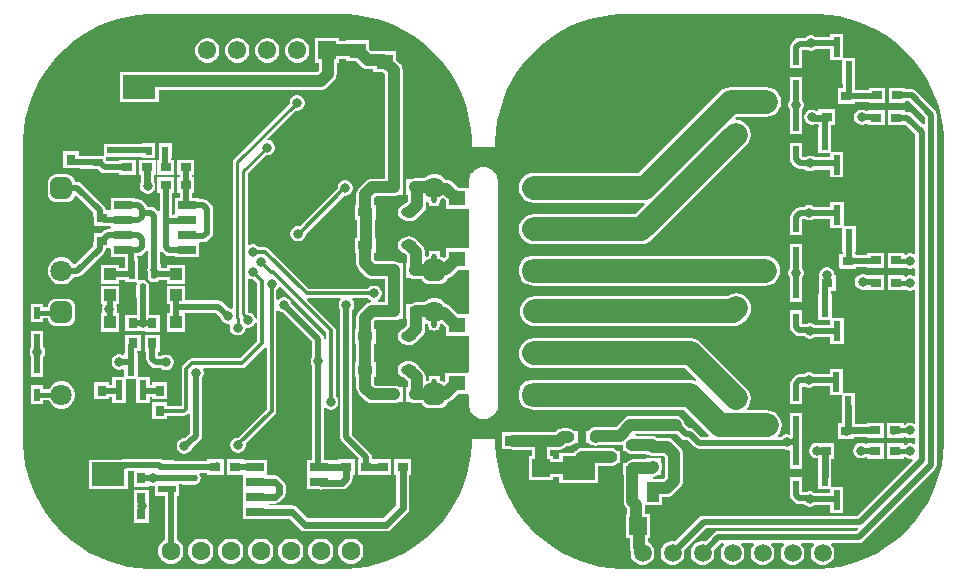
<source format=gbr>
%TF.GenerationSoftware,Altium Limited,Altium Designer,21.6.4 (81)*%
G04 Layer_Physical_Order=2*
G04 Layer_Color=16711680*
%FSLAX43Y43*%
%MOMM*%
%TF.SameCoordinates,EF7AACBD-433E-4B6D-8733-A8E214C0EB56*%
%TF.FilePolarity,Positive*%
%TF.FileFunction,Copper,L2,Bot,Signal*%
%TF.Part,Single*%
G01*
G75*
%TA.AperFunction,SMDPad,CuDef*%
%ADD11R,0.900X0.800*%
%TA.AperFunction,Conductor*%
%ADD17C,1.000*%
%ADD18C,0.500*%
%ADD19C,0.600*%
%ADD20C,0.300*%
%ADD21C,0.254*%
%ADD22C,0.400*%
%TA.AperFunction,ComponentPad*%
%ADD23C,1.800*%
G04:AMPARAMS|DCode=24|XSize=1.8mm|YSize=1.8mm|CornerRadius=0.45mm|HoleSize=0mm|Usage=FLASHONLY|Rotation=270.000|XOffset=0mm|YOffset=0mm|HoleType=Round|Shape=RoundedRectangle|*
%AMROUNDEDRECTD24*
21,1,1.800,0.900,0,0,270.0*
21,1,0.900,1.800,0,0,270.0*
1,1,0.900,-0.450,-0.450*
1,1,0.900,-0.450,0.450*
1,1,0.900,0.450,0.450*
1,1,0.900,0.450,-0.450*
%
%ADD24ROUNDEDRECTD24*%
%ADD25C,1.600*%
%ADD26R,1.600X1.600*%
%ADD27C,1.520*%
G04:AMPARAMS|DCode=28|XSize=1.52mm|YSize=1.52mm|CornerRadius=0.38mm|HoleSize=0mm|Usage=FLASHONLY|Rotation=0.000|XOffset=0mm|YOffset=0mm|HoleType=Round|Shape=RoundedRectangle|*
%AMROUNDEDRECTD28*
21,1,1.520,0.760,0,0,0.0*
21,1,0.760,1.520,0,0,0.0*
1,1,0.760,0.380,-0.380*
1,1,0.760,-0.380,-0.380*
1,1,0.760,-0.380,0.380*
1,1,0.760,0.380,0.380*
%
%ADD28ROUNDEDRECTD28*%
%ADD29C,1.550*%
%ADD30R,1.550X1.550*%
%TA.AperFunction,ViaPad*%
%ADD31C,0.800*%
%TA.AperFunction,SMDPad,CuDef*%
%ADD32R,0.800X0.900*%
%ADD33R,1.524X0.578*%
G04:AMPARAMS|DCode=34|XSize=1.524mm|YSize=0.578mm|CornerRadius=0.289mm|HoleSize=0mm|Usage=FLASHONLY|Rotation=0.000|XOffset=0mm|YOffset=0mm|HoleType=Round|Shape=RoundedRectangle|*
%AMROUNDEDRECTD34*
21,1,1.524,0.000,0,0,0.0*
21,1,0.946,0.578,0,0,0.0*
1,1,0.578,0.473,0.000*
1,1,0.578,-0.473,0.000*
1,1,0.578,-0.473,0.000*
1,1,0.578,0.473,0.000*
%
%ADD34ROUNDEDRECTD34*%
%ADD35R,1.525X0.650*%
%ADD36R,2.800X2.000*%
%ADD37R,1.456X1.305*%
%ADD38R,1.308X0.762*%
G04:AMPARAMS|DCode=39|XSize=1.308mm|YSize=0.762mm|CornerRadius=0.381mm|HoleSize=0mm|Usage=FLASHONLY|Rotation=0.000|XOffset=0mm|YOffset=0mm|HoleType=Round|Shape=RoundedRectangle|*
%AMROUNDEDRECTD39*
21,1,1.308,0.000,0,0,0.0*
21,1,0.546,0.762,0,0,0.0*
1,1,0.762,0.273,0.000*
1,1,0.762,-0.273,0.000*
1,1,0.762,-0.273,0.000*
1,1,0.762,0.273,0.000*
%
%ADD39ROUNDEDRECTD39*%
%ADD40R,0.400X0.480*%
%ADD41R,0.608X1.686*%
%ADD42R,1.012X1.059*%
%ADD43R,0.578X1.524*%
G04:AMPARAMS|DCode=44|XSize=1.524mm|YSize=0.578mm|CornerRadius=0.289mm|HoleSize=0mm|Usage=FLASHONLY|Rotation=270.000|XOffset=0mm|YOffset=0mm|HoleType=Round|Shape=RoundedRectangle|*
%AMROUNDEDRECTD44*
21,1,1.524,0.000,0,0,270.0*
21,1,0.946,0.578,0,0,270.0*
1,1,0.578,0.000,-0.473*
1,1,0.578,0.000,0.473*
1,1,0.578,0.000,0.473*
1,1,0.578,0.000,-0.473*
%
%ADD44ROUNDEDRECTD44*%
%ADD45R,0.600X0.700*%
%ADD46R,1.686X0.608*%
%ADD47R,0.900X0.800*%
%ADD48R,0.500X1.075*%
%ADD49R,1.350X0.950*%
%ADD50R,1.556X1.505*%
%ADD51R,1.086X0.528*%
%ADD52R,1.505X1.556*%
%ADD53R,1.000X1.700*%
%ADD54R,1.075X0.500*%
%TA.AperFunction,Conductor*%
%ADD55C,2.000*%
G36*
X40886Y55173D02*
X41739Y55037D01*
X42579Y54836D01*
X43401Y54569D01*
X44199Y54238D01*
X44968Y53846D01*
X45705Y53395D01*
X46404Y52887D01*
X47061Y52326D01*
X47671Y51715D01*
X48232Y51058D01*
X48740Y50359D01*
X49192Y49623D01*
X49584Y48853D01*
X49914Y48055D01*
X50181Y47233D01*
X50383Y46393D01*
X50518Y45540D01*
X50586Y44679D01*
Y44247D01*
X50586Y44247D01*
X50586Y44217D01*
X50586Y44158D01*
X50585Y44098D01*
X50585Y44098D01*
X50584Y44038D01*
X50583Y44008D01*
X50590Y44001D01*
X50696Y44001D01*
X50696Y44001D01*
X50709Y44001D01*
X52474D01*
X52593Y44001D01*
X52599Y44008D01*
X52597Y44127D01*
X52590Y44446D01*
X52641Y45320D01*
X52761Y46187D01*
X52950Y47042D01*
X53206Y47879D01*
X53528Y48693D01*
X53913Y49479D01*
X54360Y50232D01*
X54865Y50947D01*
X55426Y51619D01*
X56038Y52245D01*
X56698Y52820D01*
X57401Y53341D01*
X58144Y53805D01*
X58921Y54208D01*
X59728Y54548D01*
X60559Y54822D01*
X61410Y55030D01*
X62274Y55170D01*
X63146Y55240D01*
X63584Y55240D01*
X63584Y55240D01*
X63590Y55236D01*
X79474D01*
X79594Y55236D01*
X79601Y55240D01*
X79601Y55240D01*
X80026Y55240D01*
X80875Y55174D01*
X81716Y55042D01*
X82545Y54845D01*
X83355Y54585D01*
X84143Y54263D01*
X84904Y53881D01*
X85633Y53442D01*
X86326Y52947D01*
X86979Y52400D01*
X87587Y51805D01*
X88148Y51164D01*
X88657Y50482D01*
X89112Y49762D01*
X89510Y49009D01*
X89849Y48228D01*
X90126Y47423D01*
X90340Y46599D01*
X90489Y45761D01*
X90574Y44914D01*
X90583Y44488D01*
X90583Y44008D01*
X90586Y19248D01*
X90586Y19248D01*
X90586Y19248D01*
X90586Y19248D01*
Y19248D01*
X90586Y19247D01*
X90586Y19247D01*
X90586Y18815D01*
X90518Y17954D01*
X90383Y17101D01*
X90181Y16261D01*
X89914Y15439D01*
X89584Y14641D01*
X89192Y13871D01*
X88740Y13135D01*
X88232Y12436D01*
X87671Y11779D01*
X87061Y11168D01*
X86404Y10607D01*
X85705Y10100D01*
X84968Y9648D01*
X84199Y9256D01*
X83400Y8925D01*
X82579Y8658D01*
X81739Y8457D01*
X80886Y8322D01*
X80025Y8254D01*
X79593Y8254D01*
X63606Y8254D01*
X63606Y8254D01*
X63173Y8253D01*
X62311Y8320D01*
X61457Y8455D01*
X60617Y8656D01*
X59794Y8922D01*
X58995Y9252D01*
X58225Y9644D01*
X57487Y10095D01*
X56787Y10603D01*
X56130Y11164D01*
X55518Y11775D01*
X54956Y12432D01*
X54448Y13131D01*
X53996Y13868D01*
X53603Y14638D01*
X53272Y15437D01*
X53005Y16259D01*
X52803Y17099D01*
X52667Y17953D01*
X52599Y18815D01*
X52599Y19247D01*
X52599Y19247D01*
X52599Y19248D01*
Y19248D01*
X52593Y19255D01*
X52476Y19255D01*
X52476Y19255D01*
X52473Y19255D01*
X50713Y19255D01*
X50593Y19255D01*
X50586Y19248D01*
Y19247D01*
X50586Y19247D01*
X50586Y19131D01*
X50586Y18815D01*
X50518Y17954D01*
X50383Y17101D01*
X50181Y16261D01*
X49914Y15439D01*
X49584Y14641D01*
X49192Y13871D01*
X48740Y13135D01*
X48232Y12436D01*
X47671Y11779D01*
X47061Y11168D01*
X46404Y10607D01*
X45705Y10100D01*
X44968Y9648D01*
X44199Y9256D01*
X43401Y8925D01*
X42579Y8658D01*
X41739Y8457D01*
X40886Y8322D01*
X40025Y8254D01*
X39593Y8254D01*
X23606Y8254D01*
X23606Y8254D01*
X23173Y8253D01*
X22311Y8320D01*
X21457Y8455D01*
X20617Y8656D01*
X19794Y8922D01*
X18995Y9252D01*
X18225Y9644D01*
X17487Y10095D01*
X16787Y10603D01*
X16130Y11164D01*
X15518Y11775D01*
X14956Y12432D01*
X14448Y13131D01*
X13996Y13868D01*
X13603Y14638D01*
X13272Y15436D01*
X13005Y16258D01*
X12803Y17099D01*
X12667Y17953D01*
X12599Y18815D01*
X12599Y19247D01*
X12599Y44122D01*
X12599Y44242D01*
X12599Y44242D01*
X12599Y44242D01*
X12599Y44242D01*
X12599Y44674D01*
X12667Y45535D01*
X12801Y46388D01*
X13003Y47228D01*
X13269Y48050D01*
X13599Y48849D01*
X13991Y49618D01*
X14442Y50355D01*
X14950Y51054D01*
X15511Y51712D01*
X16121Y52323D01*
X16778Y52884D01*
X17476Y53392D01*
X18213Y53844D01*
X18982Y54236D01*
X19781Y54567D01*
X20602Y54835D01*
X21442Y55037D01*
X22295Y55172D01*
X23156Y55240D01*
X23462Y55240D01*
X23595Y55240D01*
X23724D01*
X39593Y55240D01*
X40025D01*
X40886Y55173D01*
D02*
G37*
%LPC*%
G36*
X82041Y53573D02*
X80925D01*
Y53320D01*
X79684D01*
X79675Y53330D01*
X79526Y53416D01*
X79359Y53461D01*
X79187D01*
X79021Y53416D01*
X78872Y53330D01*
X78805Y53263D01*
X78347D01*
X78150Y53224D01*
X77984Y53113D01*
X77691Y52820D01*
X77579Y52653D01*
X77540Y52456D01*
Y51479D01*
X77550Y51430D01*
Y50688D01*
X78558D01*
Y51430D01*
X78568Y51479D01*
Y52235D01*
X78955D01*
X79021Y52197D01*
X79187Y52153D01*
X79359D01*
X79526Y52197D01*
X79675Y52283D01*
X79684Y52293D01*
X80925D01*
Y51380D01*
X81941D01*
Y49324D01*
X81985D01*
Y48965D01*
X81604D01*
Y47657D01*
X83012D01*
Y47822D01*
X84196D01*
Y47708D01*
X85604D01*
Y49016D01*
X84196D01*
Y48850D01*
X83013D01*
Y49324D01*
X83057D01*
Y51518D01*
X82041D01*
Y53573D01*
D02*
G37*
G36*
X35949Y53201D02*
X35679D01*
X35417Y53130D01*
X35182Y52995D01*
X34991Y52803D01*
X34855Y52569D01*
X34785Y52307D01*
Y52036D01*
X34855Y51774D01*
X34991Y51540D01*
X35182Y51348D01*
X35417Y51213D01*
X35679Y51143D01*
X35949D01*
X36211Y51213D01*
X36446Y51348D01*
X36637Y51540D01*
X36773Y51774D01*
X36843Y52036D01*
Y52307D01*
X36773Y52569D01*
X36637Y52803D01*
X36446Y52995D01*
X36211Y53130D01*
X35949Y53201D01*
D02*
G37*
G36*
X33409D02*
X33139D01*
X32877Y53130D01*
X32642Y52995D01*
X32451Y52803D01*
X32315Y52569D01*
X32245Y52307D01*
Y52036D01*
X32315Y51774D01*
X32451Y51540D01*
X32642Y51348D01*
X32877Y51213D01*
X33139Y51143D01*
X33409D01*
X33671Y51213D01*
X33906Y51348D01*
X34097Y51540D01*
X34233Y51774D01*
X34303Y52036D01*
Y52307D01*
X34233Y52569D01*
X34097Y52803D01*
X33906Y52995D01*
X33671Y53130D01*
X33409Y53201D01*
D02*
G37*
G36*
X30869D02*
X30599D01*
X30337Y53130D01*
X30102Y52995D01*
X29911Y52803D01*
X29775Y52569D01*
X29705Y52307D01*
Y52036D01*
X29775Y51774D01*
X29911Y51540D01*
X30102Y51348D01*
X30337Y51213D01*
X30599Y51143D01*
X30869D01*
X31131Y51213D01*
X31366Y51348D01*
X31557Y51540D01*
X31693Y51774D01*
X31763Y52036D01*
Y52307D01*
X31693Y52569D01*
X31557Y52803D01*
X31366Y52995D01*
X31131Y53130D01*
X30869Y53201D01*
D02*
G37*
G36*
X28329D02*
X28059D01*
X27797Y53130D01*
X27562Y52995D01*
X27371Y52803D01*
X27235Y52569D01*
X27165Y52307D01*
Y52036D01*
X27235Y51774D01*
X27371Y51540D01*
X27562Y51348D01*
X27797Y51213D01*
X28059Y51143D01*
X28329D01*
X28591Y51213D01*
X28826Y51348D01*
X29017Y51540D01*
X29153Y51774D01*
X29223Y52036D01*
Y52307D01*
X29153Y52569D01*
X29017Y52803D01*
X28826Y52995D01*
X28591Y53130D01*
X28329Y53201D01*
D02*
G37*
G36*
X39383D02*
X37325D01*
Y51143D01*
X37619D01*
Y50482D01*
X37479Y50341D01*
X23914D01*
X23741Y50319D01*
X22928D01*
X22879Y50312D01*
X20774D01*
Y47804D01*
X24082D01*
Y48820D01*
X37794D01*
X37990Y48846D01*
X38174Y48922D01*
X38331Y49043D01*
X38917Y49629D01*
X39038Y49786D01*
X39069Y49862D01*
X39114Y49970D01*
X39140Y50167D01*
Y51143D01*
X39383D01*
Y51404D01*
X39963D01*
Y51252D01*
X40794D01*
X41260Y50786D01*
X41417Y50666D01*
X41601Y50590D01*
X41797Y50564D01*
X42223D01*
Y50324D01*
X43112D01*
X43232Y50204D01*
Y41324D01*
X42173D01*
X41976Y41298D01*
X41869Y41254D01*
X41793Y41222D01*
X41635Y41102D01*
X41050Y40516D01*
X40929Y40358D01*
X40853Y40175D01*
X40827Y39978D01*
Y39116D01*
X40679D01*
Y37846D01*
X40845D01*
Y37084D01*
Y36297D01*
X40679D01*
Y35027D01*
X40827D01*
Y34139D01*
X40853Y33942D01*
X40929Y33759D01*
X41050Y33601D01*
X41635Y33016D01*
X41793Y32895D01*
X41869Y32863D01*
X41976Y32819D01*
X42173Y32793D01*
X43285D01*
Y30885D01*
X42661D01*
X42627Y31012D01*
X42735Y31074D01*
X42856Y31196D01*
X42942Y31345D01*
X42987Y31511D01*
Y31684D01*
X42942Y31850D01*
X42856Y31999D01*
X42735Y32121D01*
X42585Y32207D01*
X42419Y32252D01*
X42247D01*
X42081Y32207D01*
X41931Y32121D01*
X41820Y32010D01*
X36772D01*
X33387Y35394D01*
X33254Y35483D01*
X33096Y35515D01*
X32542D01*
X32431Y35626D01*
X32282Y35712D01*
X32116Y35757D01*
X31943D01*
X31777Y35712D01*
X31747Y35695D01*
X31637Y35758D01*
Y41781D01*
X33148Y43292D01*
X33162Y43288D01*
X33335D01*
X33501Y43333D01*
X33650Y43419D01*
X33772Y43540D01*
X33858Y43690D01*
X33903Y43856D01*
Y44028D01*
X33858Y44194D01*
X33772Y44344D01*
X33650Y44465D01*
X33501Y44551D01*
X33356Y44590D01*
X33295Y44709D01*
X35673Y47087D01*
X35728Y47073D01*
X35900D01*
X36066Y47117D01*
X36216Y47203D01*
X36337Y47325D01*
X36423Y47474D01*
X36468Y47640D01*
Y47813D01*
X36423Y47979D01*
X36337Y48128D01*
X36216Y48250D01*
X36066Y48336D01*
X35900Y48381D01*
X35728D01*
X35562Y48336D01*
X35412Y48250D01*
X35291Y48128D01*
X35205Y47979D01*
X35160Y47813D01*
Y47673D01*
X30466Y42978D01*
X30382Y42852D01*
X30352Y42704D01*
Y30335D01*
X30225Y30262D01*
X30199Y30277D01*
X30033Y30321D01*
X30019D01*
X29491Y30850D01*
X29324Y30961D01*
X29127Y31000D01*
X26312D01*
Y32241D01*
X24792D01*
Y30674D01*
X25039D01*
Y29917D01*
X24792D01*
Y28350D01*
X26312D01*
Y29917D01*
X26417Y29973D01*
X28915D01*
X29293Y29594D01*
Y29581D01*
X29337Y29415D01*
X29423Y29266D01*
X29545Y29144D01*
X29694Y29058D01*
X29861Y29013D01*
X30033D01*
X30040Y29015D01*
X30064Y29001D01*
X30138Y28910D01*
X30105Y28788D01*
Y28616D01*
X30150Y28450D01*
X30236Y28300D01*
X30358Y28179D01*
X30507Y28093D01*
X30673Y28048D01*
X30846D01*
X31012Y28093D01*
X31161Y28179D01*
X31283Y28300D01*
X31369Y28450D01*
X31413Y28616D01*
X31506Y28687D01*
X31578Y28667D01*
X31750D01*
X31917Y28712D01*
X32066Y28798D01*
X32187Y28920D01*
X32274Y29069D01*
X32303Y29180D01*
X32430Y29163D01*
Y27552D01*
X30993Y26115D01*
X26908D01*
X26751Y26083D01*
X26617Y25994D01*
X26146Y25523D01*
X26057Y25389D01*
X26025Y25232D01*
Y22080D01*
X24809D01*
Y22372D01*
X23501D01*
Y20964D01*
X24809D01*
Y21256D01*
X26262D01*
X26419Y21287D01*
X26553Y21377D01*
X26610Y21434D01*
X26728Y21385D01*
Y19778D01*
X26636Y19687D01*
X26560Y19636D01*
X26272Y19348D01*
X26177D01*
X26011Y19304D01*
X25862Y19218D01*
X25740Y19096D01*
X25654Y18947D01*
X25610Y18781D01*
Y18608D01*
X25654Y18442D01*
X25740Y18293D01*
X25862Y18171D01*
X26011Y18085D01*
X26177Y18040D01*
X26350D01*
X26516Y18085D01*
X26665Y18171D01*
X26787Y18293D01*
X26873Y18442D01*
X26893Y18516D01*
X27235Y18858D01*
X27312Y18909D01*
X27605Y19202D01*
X27716Y19369D01*
X27755Y19566D01*
Y24488D01*
X27765Y24497D01*
X27851Y24646D01*
X27895Y24813D01*
Y24985D01*
X27851Y25151D01*
X27834Y25181D01*
X27897Y25291D01*
X31164D01*
X31321Y25322D01*
X31455Y25411D01*
X33107Y27064D01*
X33210Y27034D01*
X33234Y27016D01*
Y21828D01*
X30802Y19396D01*
X30701D01*
X30535Y19351D01*
X30386Y19265D01*
X30264Y19143D01*
X30178Y18994D01*
X30133Y18828D01*
Y18656D01*
X30178Y18489D01*
X30264Y18340D01*
X30386Y18218D01*
X30535Y18132D01*
X30701Y18088D01*
X30873D01*
X31040Y18132D01*
X31189Y18218D01*
X31310Y18340D01*
X31397Y18489D01*
X31441Y18656D01*
Y18828D01*
X31432Y18861D01*
X33937Y21366D01*
X34027Y21500D01*
X34058Y21657D01*
Y30141D01*
X34185Y30194D01*
X34267Y30112D01*
X34416Y30026D01*
X34583Y29981D01*
X34596D01*
X37078Y27499D01*
Y26243D01*
X37069Y26233D01*
X36983Y26084D01*
X36938Y25918D01*
Y25746D01*
X36983Y25579D01*
X37027Y25502D01*
Y17470D01*
X36677D01*
Y16312D01*
X36677D01*
Y16200D01*
X36677D01*
Y15042D01*
X37601D01*
X37630Y15023D01*
X37846Y14980D01*
X38033Y15017D01*
X39616D01*
X39616Y15017D01*
X39832Y15060D01*
X40016Y15183D01*
X40367Y15534D01*
X40367Y15534D01*
X40490Y15717D01*
X40533Y15933D01*
X40533Y15933D01*
Y16237D01*
X40672D01*
Y17545D01*
X39264D01*
Y17456D01*
X38710D01*
Y17470D01*
X38055D01*
Y21887D01*
X38182Y21940D01*
X38242Y21879D01*
X38391Y21793D01*
X38558Y21749D01*
X38730D01*
X38896Y21793D01*
X39045Y21879D01*
X39167Y22001D01*
X39253Y22150D01*
X39298Y22317D01*
Y22489D01*
X39253Y22655D01*
X39167Y22804D01*
X39056Y22916D01*
Y28499D01*
X39024Y28657D01*
X38935Y28790D01*
X36667Y31059D01*
X36719Y31186D01*
X39428D01*
X39481Y31059D01*
X39456Y31034D01*
X39370Y30885D01*
X39326Y30719D01*
Y30546D01*
X39370Y30380D01*
X39456Y30231D01*
X39466Y30221D01*
Y19406D01*
X39505Y19209D01*
X39616Y19042D01*
X41008Y17651D01*
X40964Y17545D01*
X40964D01*
Y16237D01*
X43757D01*
Y17545D01*
X42151D01*
Y17748D01*
X42112Y17945D01*
X42000Y18111D01*
X40493Y19618D01*
Y30221D01*
X40503Y30231D01*
X40589Y30380D01*
X40634Y30546D01*
Y30719D01*
X40589Y30885D01*
X40503Y31034D01*
X40478Y31059D01*
X40531Y31186D01*
X41820D01*
X41931Y31074D01*
X42063Y30998D01*
X42066Y30939D01*
X42044Y30868D01*
X41976Y30859D01*
X41869Y30814D01*
X41793Y30783D01*
X41635Y30662D01*
X41050Y30076D01*
X40929Y29919D01*
X40853Y29735D01*
X40827Y29539D01*
Y28600D01*
X40679D01*
Y27330D01*
X40827D01*
Y25781D01*
X40679D01*
Y24511D01*
X40827D01*
Y23624D01*
X40853Y23427D01*
X40929Y23243D01*
X41050Y23086D01*
X41635Y22500D01*
X41793Y22379D01*
X41869Y22348D01*
X41976Y22303D01*
X42173Y22277D01*
X44045D01*
X44242Y22303D01*
X44426Y22379D01*
X44432Y22384D01*
X44749D01*
Y22767D01*
X44780Y22841D01*
X44806Y23038D01*
X44780Y23235D01*
X44749Y23308D01*
Y23692D01*
X44432D01*
X44426Y23696D01*
X44242Y23772D01*
X44045Y23798D01*
X42488D01*
X42348Y23939D01*
Y24511D01*
X42496D01*
Y25781D01*
X42348D01*
Y27330D01*
X42496D01*
Y28600D01*
X42348D01*
Y29224D01*
X42488Y29364D01*
X43788D01*
X43849Y29339D01*
X44045Y29313D01*
X44242Y29339D01*
X44350Y29384D01*
X44426Y29415D01*
X44432Y29420D01*
X44749D01*
Y29803D01*
X44780Y29877D01*
X44806Y30074D01*
Y33553D01*
X44780Y33750D01*
X44749Y33824D01*
Y34207D01*
X44432D01*
X44426Y34212D01*
X44242Y34288D01*
X44045Y34314D01*
X42488D01*
X42348Y34454D01*
Y35027D01*
X42496D01*
Y36297D01*
X42366D01*
Y37084D01*
Y37846D01*
X42496D01*
Y39116D01*
X42348D01*
Y39663D01*
X42488Y39803D01*
X43993D01*
X44190Y39829D01*
X44373Y39905D01*
X44412Y39935D01*
X44749D01*
Y40534D01*
X44753Y40564D01*
Y50519D01*
X44727Y50716D01*
X44651Y50899D01*
X44531Y51057D01*
X44188Y51400D01*
Y52137D01*
X42223D01*
Y52124D01*
X42096Y52101D01*
X41927Y52270D01*
Y53065D01*
X39963D01*
Y52925D01*
X39383D01*
Y53201D01*
D02*
G37*
G36*
X81337Y47187D02*
X79929D01*
Y47047D01*
X79774D01*
X79653Y47117D01*
X79487Y47161D01*
X79314D01*
X79148Y47117D01*
X78999Y47031D01*
X78877Y46909D01*
X78791Y46760D01*
X78746Y46593D01*
Y46421D01*
X78791Y46255D01*
X78877Y46106D01*
X78999Y45984D01*
X79148Y45898D01*
X79314Y45853D01*
X79487D01*
X79653Y45898D01*
X79686Y45917D01*
X79929D01*
Y45879D01*
X79953D01*
Y45660D01*
X79909D01*
Y43467D01*
X80925D01*
Y43110D01*
X79634D01*
X79624Y43119D01*
X79475Y43205D01*
X79309Y43250D01*
X79136D01*
X78970Y43205D01*
X78904Y43167D01*
X78568D01*
Y43542D01*
X78558Y43592D01*
Y44333D01*
X77550D01*
Y43592D01*
X77540Y43542D01*
Y42946D01*
X77550Y42896D01*
Y42750D01*
X77579D01*
X77579Y42749D01*
X77691Y42583D01*
X77984Y42290D01*
X78150Y42178D01*
X78347Y42139D01*
X78754D01*
X78821Y42072D01*
X78970Y41986D01*
X79136Y41942D01*
X79309D01*
X79475Y41986D01*
X79624Y42072D01*
X79634Y42082D01*
X80925D01*
Y41411D01*
X82041D01*
Y43605D01*
X81025D01*
Y45660D01*
X80981D01*
Y45879D01*
X81337D01*
Y47187D01*
D02*
G37*
G36*
X87304Y49016D02*
X85896D01*
Y47708D01*
X87304D01*
Y47848D01*
X87620D01*
X88945Y46523D01*
Y45907D01*
X88828Y45859D01*
X87841Y46845D01*
X87674Y46957D01*
X87478Y46996D01*
X87254D01*
Y47136D01*
X85846D01*
Y45828D01*
X87254D01*
Y45828D01*
X87381Y45852D01*
X88158Y45075D01*
Y34997D01*
X88031Y34923D01*
X87984Y34950D01*
X87818Y34995D01*
X87646D01*
X87479Y34950D01*
X87330Y34864D01*
X87330Y34864D01*
X87203Y34913D01*
Y35046D01*
X85795D01*
Y33738D01*
X87203D01*
Y33765D01*
X87330Y33818D01*
X87330Y33817D01*
X87479Y33731D01*
X87646Y33687D01*
X87818D01*
X87984Y33731D01*
X88031Y33758D01*
X88158Y33685D01*
Y33128D01*
X88031Y33055D01*
X87959Y33096D01*
X87792Y33141D01*
X87620D01*
X87454Y33096D01*
X87330Y33024D01*
X87247Y33054D01*
X87203Y33088D01*
Y33166D01*
X85795D01*
Y31858D01*
X87203D01*
Y31885D01*
X87247Y31919D01*
X87330Y31949D01*
X87454Y31877D01*
X87620Y31833D01*
X87792D01*
X87959Y31877D01*
X88031Y31919D01*
X88158Y31845D01*
Y20646D01*
X88031Y20572D01*
X87984Y20599D01*
X87818Y20644D01*
X87646D01*
X87479Y20599D01*
X87330Y20513D01*
X87291Y20474D01*
X87164Y20504D01*
Y20644D01*
X85756D01*
Y19336D01*
X87164D01*
Y19476D01*
X87291Y19506D01*
X87330Y19466D01*
X87479Y19380D01*
X87646Y19336D01*
X87818D01*
X87984Y19380D01*
X88031Y19407D01*
X88158Y19334D01*
Y18919D01*
X88031Y18845D01*
X87984Y18872D01*
X87818Y18917D01*
X87646D01*
X87479Y18872D01*
X87330Y18786D01*
X87291Y18747D01*
X87164Y18777D01*
Y18917D01*
X85756D01*
Y17609D01*
X87164D01*
Y17749D01*
X87291Y17778D01*
X87330Y17739D01*
X87479Y17653D01*
X87646Y17609D01*
X87818D01*
X87844Y17616D01*
X87979Y17520D01*
X87982Y17487D01*
X83277Y12782D01*
X70231D01*
X70034Y12743D01*
X69868Y12632D01*
X67844Y10608D01*
X67723Y10641D01*
X67456D01*
X67198Y10571D01*
X66967Y10438D01*
X66778Y10249D01*
X66645Y10018D01*
X66575Y9760D01*
Y9493D01*
X66645Y9235D01*
X66778Y9004D01*
X66967Y8815D01*
X67198Y8682D01*
X67456Y8613D01*
X67723D01*
X67981Y8682D01*
X68212Y8815D01*
X68401Y9004D01*
X68534Y9235D01*
X68603Y9493D01*
Y9760D01*
X68571Y9881D01*
X70444Y11754D01*
X83252D01*
X83300Y11637D01*
X83142Y11479D01*
X71468D01*
X71271Y11440D01*
X71104Y11328D01*
X70384Y10608D01*
X70263Y10641D01*
X69996D01*
X69738Y10571D01*
X69507Y10438D01*
X69318Y10249D01*
X69185Y10018D01*
X69115Y9760D01*
Y9493D01*
X69185Y9235D01*
X69318Y9004D01*
X69507Y8815D01*
X69738Y8682D01*
X69996Y8613D01*
X70263D01*
X70521Y8682D01*
X70752Y8815D01*
X70941Y9004D01*
X71074Y9235D01*
X71143Y9493D01*
Y9760D01*
X71111Y9881D01*
X71680Y10451D01*
X71880D01*
X71933Y10324D01*
X71858Y10249D01*
X71725Y10018D01*
X71655Y9760D01*
Y9493D01*
X71725Y9235D01*
X71858Y9004D01*
X72047Y8815D01*
X72278Y8682D01*
X72536Y8613D01*
X72803D01*
X73061Y8682D01*
X73292Y8815D01*
X73481Y9004D01*
X73614Y9235D01*
X73683Y9493D01*
Y9760D01*
X73614Y10018D01*
X73481Y10249D01*
X73406Y10324D01*
X73459Y10451D01*
X74420D01*
X74473Y10324D01*
X74398Y10249D01*
X74265Y10018D01*
X74195Y9760D01*
Y9493D01*
X74265Y9235D01*
X74398Y9004D01*
X74587Y8815D01*
X74818Y8682D01*
X75076Y8613D01*
X75343D01*
X75601Y8682D01*
X75832Y8815D01*
X76021Y9004D01*
X76154Y9235D01*
X76223Y9493D01*
Y9760D01*
X76154Y10018D01*
X76021Y10249D01*
X75946Y10324D01*
X75999Y10451D01*
X76960D01*
X77013Y10324D01*
X76938Y10249D01*
X76804Y10018D01*
X76735Y9760D01*
Y9493D01*
X76804Y9235D01*
X76938Y9004D01*
X77127Y8815D01*
X77358Y8682D01*
X77616Y8613D01*
X77883D01*
X78141Y8682D01*
X78372Y8815D01*
X78561Y9004D01*
X78694Y9235D01*
X78763Y9493D01*
Y9760D01*
X78694Y10018D01*
X78561Y10249D01*
X78486Y10324D01*
X78539Y10451D01*
X79500D01*
X79553Y10324D01*
X79478Y10249D01*
X79344Y10018D01*
X79275Y9760D01*
Y9493D01*
X79344Y9235D01*
X79478Y9004D01*
X79667Y8815D01*
X79898Y8682D01*
X80156Y8613D01*
X80423D01*
X80681Y8682D01*
X80912Y8815D01*
X81101Y9004D01*
X81234Y9235D01*
X81303Y9493D01*
Y9760D01*
X81234Y10018D01*
X81101Y10249D01*
X81026Y10324D01*
X81079Y10451D01*
X83355D01*
X83551Y10490D01*
X83718Y10601D01*
X89822Y16705D01*
X89934Y16872D01*
X89973Y17069D01*
Y46736D01*
X89934Y46933D01*
X89822Y47099D01*
X88197Y48725D01*
X88030Y48836D01*
X87833Y48875D01*
X87304D01*
Y49016D01*
D02*
G37*
G36*
X83691Y47161D02*
X83519D01*
X83353Y47117D01*
X83203Y47031D01*
X83082Y46909D01*
X82996Y46760D01*
X82951Y46593D01*
Y46421D01*
X82996Y46255D01*
X83082Y46106D01*
X83203Y45984D01*
X83353Y45898D01*
X83519Y45853D01*
X83691D01*
X83857Y45898D01*
X84001Y45981D01*
X84146D01*
Y45828D01*
X85554D01*
Y47136D01*
X84146D01*
Y47033D01*
X84019Y47019D01*
X84007Y47031D01*
X83857Y47117D01*
X83691Y47161D01*
D02*
G37*
G36*
X78558Y49947D02*
X77550D01*
Y49205D01*
X77540Y49155D01*
Y47960D01*
X77531Y47950D01*
X77445Y47801D01*
X77400Y47635D01*
Y47463D01*
X77445Y47296D01*
X77531Y47147D01*
X77540Y47138D01*
Y45872D01*
X77550Y45823D01*
Y45075D01*
X78558D01*
Y45823D01*
X78568Y45872D01*
Y47138D01*
X78578Y47147D01*
X78664Y47296D01*
X78708Y47463D01*
Y47635D01*
X78664Y47801D01*
X78578Y47950D01*
X78568Y47960D01*
Y49155D01*
X78558Y49205D01*
Y49947D01*
D02*
G37*
G36*
X23781Y44292D02*
X22673D01*
Y44215D01*
X21683D01*
Y44271D01*
X19489D01*
Y43255D01*
X17433D01*
Y43255D01*
X17316Y43280D01*
Y43630D01*
X16008D01*
Y42222D01*
X16698D01*
X16891Y42184D01*
X17433D01*
Y42139D01*
X18534D01*
X18567Y42133D01*
X18907D01*
X19137Y41902D01*
X19304Y41791D01*
X19501Y41752D01*
X20722D01*
Y41612D01*
X22130D01*
Y42920D01*
X20722D01*
Y42779D01*
X19714D01*
X19627Y42866D01*
Y43155D01*
X21683D01*
Y43187D01*
X22673D01*
Y43084D01*
X23781D01*
Y44292D01*
D02*
G37*
G36*
X25181D02*
X24073D01*
Y43084D01*
X24138D01*
Y42920D01*
X23973D01*
Y41612D01*
X25381D01*
Y42920D01*
X25166D01*
Y43084D01*
X25181D01*
Y44292D01*
D02*
G37*
G36*
X51716Y42268D02*
X51453Y42266D01*
X51420Y42259D01*
X51387Y42257D01*
X51134Y42188D01*
X51104Y42173D01*
X51072Y42162D01*
X50845Y42029D01*
X50820Y42007D01*
X50792Y41988D01*
X50607Y41802D01*
X50588Y41774D01*
X50566Y41749D01*
X50436Y41521D01*
X50425Y41489D01*
X50410Y41459D01*
X50342Y41206D01*
X50340Y41172D01*
X50334Y41139D01*
X50334Y41008D01*
X50334Y40634D01*
X50244Y40544D01*
X49446D01*
X48986Y41003D01*
X48829Y41124D01*
X48645Y41200D01*
X48449Y41226D01*
X48369D01*
X48345Y41267D01*
X48130Y41482D01*
X47867Y41634D01*
X47574Y41713D01*
X47270D01*
X46976Y41634D01*
X46713Y41482D01*
X46581Y41350D01*
X45822D01*
X45784Y41345D01*
X45745Y41350D01*
X45549Y41324D01*
X45365Y41248D01*
X45359Y41243D01*
X45041D01*
Y40860D01*
X45011Y40786D01*
X44985Y40589D01*
X45011Y40392D01*
X45041Y40319D01*
Y39935D01*
X45229D01*
Y39382D01*
X45066Y39219D01*
X45041Y39216D01*
X44857Y39140D01*
X44800Y39096D01*
X44717Y39079D01*
X44507Y38939D01*
X44366Y38729D01*
X44317Y38481D01*
X44366Y38233D01*
X44507Y38023D01*
X44717Y37883D01*
X44800Y37866D01*
X44857Y37822D01*
X45041Y37746D01*
X45237Y37720D01*
X45403D01*
X45600Y37746D01*
X45784Y37822D01*
X45941Y37943D01*
X46527Y38529D01*
X46648Y38687D01*
X46679Y38763D01*
X46724Y38870D01*
X46750Y39067D01*
Y39361D01*
X46877Y39432D01*
X46892Y39423D01*
X46922Y39275D01*
X46942Y39243D01*
Y38977D01*
X47296D01*
X47396Y38957D01*
X47496Y38977D01*
X47850D01*
Y39243D01*
X47871Y39275D01*
X47910Y39471D01*
Y39508D01*
X48130Y39635D01*
X48167Y39672D01*
X48370Y39468D01*
Y38731D01*
X50334D01*
X50334Y35501D01*
X50244Y35412D01*
X48370D01*
Y34674D01*
X48279Y34583D01*
X48227Y34624D01*
X48056Y34694D01*
X47928Y34711D01*
X47897Y34868D01*
X47876Y34899D01*
Y35165D01*
X47522D01*
X47422Y35185D01*
X47322Y35165D01*
X46968D01*
Y34899D01*
X46947Y34868D01*
X46916Y34711D01*
X46788Y34694D01*
X46764Y34684D01*
X46658Y34755D01*
Y35076D01*
X46632Y35273D01*
X46588Y35380D01*
X46556Y35456D01*
X46436Y35614D01*
X46046Y36003D01*
X45968Y36119D01*
X45852Y36197D01*
X45850Y36199D01*
X45692Y36320D01*
X45509Y36396D01*
X45312Y36422D01*
X45237D01*
X45041Y36396D01*
X44857Y36320D01*
X44800Y36276D01*
X44717Y36260D01*
X44507Y36119D01*
X44366Y35909D01*
X44317Y35662D01*
X44366Y35414D01*
X44507Y35204D01*
X44717Y35063D01*
X44800Y35047D01*
X44857Y35003D01*
X44922Y34976D01*
X45137Y34761D01*
Y34207D01*
X45041D01*
Y33824D01*
X45011Y33750D01*
X44985Y33553D01*
X45011Y33357D01*
X45041Y33283D01*
Y32899D01*
X45359D01*
X45365Y32895D01*
X45549Y32819D01*
X45745Y32793D01*
X46341D01*
X46357Y32754D01*
X46470Y32606D01*
X46617Y32494D01*
X46788Y32423D01*
X46972Y32399D01*
X47872D01*
X48056Y32423D01*
X48227Y32494D01*
X48374Y32606D01*
X48487Y32754D01*
X48558Y32925D01*
X48559Y32931D01*
X48645Y32943D01*
X48829Y33019D01*
X48986Y33140D01*
X49446Y33599D01*
X50334D01*
X50334Y29915D01*
X50244Y29825D01*
X49446D01*
X48783Y30487D01*
X48626Y30608D01*
X48442Y30684D01*
X48381Y30692D01*
X48347Y30752D01*
X48132Y30966D01*
X47869Y31118D01*
X47575Y31197D01*
X47271D01*
X46978Y31118D01*
X46715Y30966D01*
X46583Y30834D01*
X45872D01*
X45676Y30808D01*
X45492Y30732D01*
X45486Y30728D01*
X45041D01*
Y29420D01*
X45112D01*
Y28866D01*
X44879Y28633D01*
X44857Y28624D01*
X44800Y28580D01*
X44717Y28564D01*
X44507Y28423D01*
X44366Y28213D01*
X44317Y27965D01*
X44366Y27718D01*
X44507Y27508D01*
X44717Y27367D01*
X44800Y27351D01*
X44857Y27307D01*
X45041Y27231D01*
X45237Y27205D01*
X45287D01*
X45483Y27231D01*
X45667Y27307D01*
X45741Y27364D01*
X45758Y27367D01*
X45968Y27508D01*
X46097Y27700D01*
X46410Y28013D01*
X46531Y28171D01*
X46562Y28247D01*
X46607Y28354D01*
X46633Y28551D01*
Y29034D01*
X46760Y29094D01*
X46883Y29023D01*
Y28956D01*
X46922Y28759D01*
X46942Y28728D01*
Y28462D01*
X47296D01*
X47396Y28442D01*
X47496Y28462D01*
X47850D01*
Y28728D01*
X47871Y28759D01*
X47910Y28956D01*
Y28992D01*
X48048Y29071D01*
X48370Y28749D01*
Y28012D01*
X50334D01*
X50334Y24989D01*
X50207Y24883D01*
X48319D01*
Y24198D01*
X48284Y24163D01*
X48204Y24118D01*
X48057Y24179D01*
X47917Y24197D01*
X47897Y24302D01*
X47876Y24333D01*
Y24599D01*
X47522D01*
X47422Y24619D01*
X47322Y24599D01*
X46968D01*
Y24333D01*
X46947Y24302D01*
X46929Y24209D01*
X46809Y24182D01*
X46737Y24214D01*
X46684Y24249D01*
Y24495D01*
X46658Y24692D01*
X46582Y24876D01*
X46461Y25033D01*
X46111Y25383D01*
X46109Y25394D01*
X45968Y25604D01*
X45758Y25744D01*
X45722Y25751D01*
X45653Y25805D01*
X45469Y25881D01*
X45273Y25907D01*
X45237D01*
X45041Y25881D01*
X44857Y25805D01*
X44800Y25761D01*
X44717Y25744D01*
X44507Y25604D01*
X44366Y25394D01*
X44317Y25146D01*
X44366Y24898D01*
X44507Y24688D01*
X44717Y24548D01*
X44800Y24531D01*
X44851Y24492D01*
X45163Y24180D01*
Y23692D01*
X45041D01*
Y23308D01*
X45011Y23235D01*
X44985Y23038D01*
X45011Y22841D01*
X45041Y22767D01*
Y22384D01*
X45359D01*
X45365Y22379D01*
X45549Y22303D01*
X45745Y22277D01*
X46342D01*
X46358Y22238D01*
X46471Y22091D01*
X46618Y21978D01*
X46790Y21907D01*
X46973Y21883D01*
X47028D01*
X47031Y21882D01*
X47035Y21883D01*
X47873D01*
X48057Y21907D01*
X48228Y21978D01*
X48376Y22091D01*
X48488Y22238D01*
X48545Y22375D01*
X48557Y22376D01*
X48741Y22452D01*
X48898Y22573D01*
X49395Y23070D01*
X50284Y23070D01*
X50334Y22964D01*
X50334Y22249D01*
X50334Y22117D01*
X50340Y22084D01*
X50342Y22050D01*
X50411Y21796D01*
X50426Y21765D01*
X50436Y21733D01*
X50568Y21505D01*
X50590Y21479D01*
X50609Y21451D01*
X50795Y21265D01*
X50824Y21246D01*
X50849Y21224D01*
X51077Y21092D01*
X51109Y21081D01*
X51139Y21066D01*
X51394Y20998D01*
X51428Y20996D01*
X51461Y20989D01*
X51724Y20989D01*
X51757Y20996D01*
X51791Y20998D01*
X52046Y21066D01*
X52076Y21081D01*
X52108Y21092D01*
X52336Y21224D01*
X52362Y21246D01*
X52390Y21265D01*
X52576Y21451D01*
X52595Y21479D01*
X52617Y21505D01*
X52749Y21733D01*
X52760Y21765D01*
X52775Y21795D01*
X52843Y22050D01*
X52845Y22083D01*
X52852Y22117D01*
Y22248D01*
X52852Y41022D01*
X52851Y41023D01*
X52852Y41024D01*
X52852Y41026D01*
X52852Y41026D01*
X52850Y41155D01*
X52843Y41188D01*
X52840Y41222D01*
X52769Y41474D01*
X52754Y41505D01*
X52743Y41536D01*
X52609Y41762D01*
X52587Y41787D01*
X52568Y41815D01*
X52381Y41999D01*
X52352Y42017D01*
X52327Y42039D01*
X52099Y42168D01*
X52067Y42179D01*
X52036Y42194D01*
X51782Y42259D01*
X51749Y42261D01*
X51716Y42268D01*
D02*
G37*
G36*
X23830Y42920D02*
X22422D01*
Y41612D01*
X22568D01*
Y40983D01*
X22530Y40918D01*
X22485Y40751D01*
Y40579D01*
X22530Y40413D01*
X22616Y40264D01*
X22738Y40142D01*
X22887Y40056D01*
X23053Y40011D01*
X23226D01*
X23392Y40056D01*
X23541Y40142D01*
X23663Y40264D01*
X23749Y40413D01*
X23793Y40579D01*
Y40751D01*
X23749Y40918D01*
X23697Y41007D01*
Y41612D01*
X23830D01*
Y42920D01*
D02*
G37*
G36*
X39964Y41167D02*
X39792D01*
X39626Y41122D01*
X39476Y41036D01*
X39355Y40915D01*
X39269Y40765D01*
X39224Y40599D01*
Y40505D01*
X36015Y37296D01*
X35976Y37306D01*
X35804D01*
X35638Y37262D01*
X35489Y37176D01*
X35367Y37054D01*
X35281Y36905D01*
X35236Y36738D01*
Y36566D01*
X35281Y36400D01*
X35367Y36251D01*
X35489Y36129D01*
X35638Y36043D01*
X35804Y35998D01*
X35976D01*
X36143Y36043D01*
X36292Y36129D01*
X36414Y36251D01*
X36500Y36400D01*
X36544Y36566D01*
Y36660D01*
X39753Y39869D01*
X39792Y39859D01*
X39964D01*
X40130Y39904D01*
X40280Y39990D01*
X40401Y40111D01*
X40487Y40261D01*
X40532Y40427D01*
Y40599D01*
X40487Y40765D01*
X40401Y40915D01*
X40280Y41036D01*
X40130Y41122D01*
X39964Y41167D01*
D02*
G37*
G36*
X82067Y39349D02*
X80951D01*
Y38944D01*
X79583D01*
X79573Y38954D01*
X79424Y39040D01*
X79258Y39084D01*
X79086D01*
X78919Y39040D01*
X78770Y38954D01*
X78703Y38887D01*
X78347D01*
X78150Y38848D01*
X77984Y38736D01*
X77691Y38443D01*
X77579Y38277D01*
X77540Y38080D01*
Y37332D01*
X77550Y37282D01*
Y36540D01*
X78558D01*
Y37282D01*
X78568Y37332D01*
Y37859D01*
X78853D01*
X78919Y37821D01*
X79086Y37776D01*
X79258D01*
X79424Y37821D01*
X79573Y37907D01*
X79583Y37916D01*
X80951D01*
Y37155D01*
X81967D01*
Y35100D01*
X82011D01*
Y34969D01*
X81705D01*
Y33661D01*
X83113D01*
Y33840D01*
X84095D01*
Y33738D01*
X85503D01*
Y35046D01*
X84095D01*
Y34867D01*
X83113D01*
Y34969D01*
X83038D01*
Y35100D01*
X83083D01*
Y37293D01*
X82067D01*
Y39349D01*
D02*
G37*
G36*
X27081Y42920D02*
X25673D01*
Y41612D01*
X25877D01*
Y41446D01*
X25673D01*
Y40138D01*
X25863D01*
Y39644D01*
X25444D01*
Y38501D01*
X25444Y38486D01*
Y38374D01*
X25382Y38258D01*
X25191D01*
Y40138D01*
X25381D01*
Y41446D01*
X23973D01*
Y40138D01*
X24163D01*
Y38550D01*
X24036Y38521D01*
X23764Y38794D01*
X23597Y38905D01*
X23400Y38944D01*
X23137D01*
X23132Y38969D01*
X23020Y39136D01*
X22727Y39429D01*
X22561Y39540D01*
X22364Y39579D01*
X22053D01*
Y39644D01*
X20021D01*
Y38733D01*
X19983Y38622D01*
X19592D01*
Y38656D01*
X19553Y38852D01*
X19442Y39019D01*
X17570Y40891D01*
X17403Y41002D01*
X17207Y41041D01*
X16999D01*
X16985Y41142D01*
X16915Y41313D01*
X16802Y41460D01*
X16655Y41573D01*
X16483Y41644D01*
X16300Y41668D01*
X15400D01*
X15216Y41644D01*
X15045Y41573D01*
X14898Y41460D01*
X14785Y41313D01*
X14714Y41142D01*
X14690Y40958D01*
Y40058D01*
X14714Y39874D01*
X14785Y39703D01*
X14898Y39556D01*
X15045Y39443D01*
X15216Y39372D01*
X15400Y39348D01*
X16300D01*
X16483Y39372D01*
X16655Y39443D01*
X16802Y39556D01*
X16915Y39703D01*
X16976Y39852D01*
X17103Y39905D01*
X18565Y38443D01*
Y38118D01*
X18575Y38068D01*
Y37314D01*
X19379D01*
X19429Y37304D01*
X19657D01*
X19771Y37281D01*
X19914D01*
X20012Y37222D01*
Y37099D01*
X19914Y37039D01*
X19771D01*
X19575Y37000D01*
X19408Y36889D01*
X19242Y36722D01*
X18575D01*
Y35968D01*
X18565Y35918D01*
Y35598D01*
X17002Y34035D01*
X16871Y34046D01*
X16773Y34216D01*
X16558Y34431D01*
X16295Y34583D01*
X16002Y34662D01*
X15698D01*
X15404Y34583D01*
X15141Y34431D01*
X14926Y34216D01*
X14774Y33953D01*
X14696Y33660D01*
Y33356D01*
X14774Y33062D01*
X14926Y32799D01*
X15141Y32584D01*
X15404Y32432D01*
X15698Y32354D01*
X16002D01*
X16295Y32432D01*
X16558Y32584D01*
X16773Y32799D01*
X16885Y32994D01*
X17201D01*
X17398Y33033D01*
X17564Y33144D01*
X19442Y35022D01*
X19553Y35189D01*
X19592Y35385D01*
Y35414D01*
X19983D01*
X20021Y35303D01*
Y34676D01*
X21240D01*
Y33788D01*
X20699D01*
Y33994D01*
X19179D01*
Y32428D01*
X20699D01*
Y32760D01*
X21250D01*
Y32537D01*
X22177D01*
X22230Y32437D01*
X22230Y32410D01*
X22190Y32206D01*
Y31260D01*
X22224Y31086D01*
Y29787D01*
X21266D01*
Y28379D01*
X22574D01*
Y28399D01*
X22647Y28454D01*
X22819D01*
X22892Y28399D01*
Y28354D01*
X24200D01*
Y29762D01*
X23252D01*
Y31044D01*
X23255Y31048D01*
X23297Y31260D01*
Y32206D01*
X23255Y32418D01*
X23135Y32598D01*
X22955Y32718D01*
X22743Y32760D01*
X22531Y32718D01*
X22463Y32672D01*
X22336Y32740D01*
Y33165D01*
X22358Y33274D01*
X22336Y33383D01*
Y34570D01*
X22268D01*
Y34741D01*
X22364D01*
X22561Y34780D01*
X22727Y34892D01*
X23020Y35185D01*
X23052Y35233D01*
X23179Y35194D01*
Y34226D01*
X23140Y34027D01*
Y33711D01*
X23108Y33553D01*
X23140Y33395D01*
Y33080D01*
X23182Y32868D01*
X23302Y32689D01*
X23481Y32569D01*
X23693Y32527D01*
X23905Y32569D01*
X24085Y32689D01*
X24090Y32697D01*
X24792D01*
Y32428D01*
X26312D01*
Y33994D01*
X24792D01*
Y33725D01*
X24247D01*
Y34027D01*
X24207Y34226D01*
Y35135D01*
X24334Y35164D01*
X24607Y34892D01*
X24773Y34780D01*
X24970Y34741D01*
X25444D01*
Y34676D01*
X27478D01*
Y35808D01*
X27478Y35834D01*
X27540Y35935D01*
X27876D01*
X28072Y35974D01*
X28239Y36086D01*
X28532Y36379D01*
X28643Y36545D01*
X28682Y36742D01*
Y38772D01*
X28643Y38969D01*
X28532Y39136D01*
X28239Y39429D01*
X28072Y39540D01*
X27876Y39579D01*
X27478D01*
Y39644D01*
X26891D01*
Y40138D01*
X27081D01*
Y40893D01*
X27091Y40942D01*
Y40992D01*
X27081Y41042D01*
Y41446D01*
X26904D01*
Y41612D01*
X27081D01*
Y42920D01*
D02*
G37*
G36*
X75540Y49068D02*
X72517D01*
X72190Y49025D01*
X71885Y48898D01*
X71623Y48697D01*
X71623Y48697D01*
X64718Y41793D01*
X55855D01*
X55527Y41750D01*
X55222Y41623D01*
X54960Y41422D01*
X54759Y41160D01*
X54633Y40855D01*
X54590Y40528D01*
X54633Y40201D01*
X54759Y39896D01*
X54960Y39634D01*
X55222Y39433D01*
X55527Y39306D01*
X55855Y39263D01*
X65209D01*
X65276Y39150D01*
X64419Y38293D01*
X55855D01*
X55527Y38250D01*
X55222Y38123D01*
X54960Y37922D01*
X54759Y37660D01*
X54633Y37355D01*
X54590Y37028D01*
X54633Y36701D01*
X54759Y36396D01*
X54960Y36134D01*
X55222Y35933D01*
X55527Y35806D01*
X55855Y35763D01*
X64943D01*
X64943Y35763D01*
X65270Y35806D01*
X65575Y35933D01*
X65837Y36134D01*
X73843Y44140D01*
X74044Y44402D01*
X74171Y44707D01*
X74214Y45034D01*
X74171Y45362D01*
X74044Y45667D01*
X73843Y45929D01*
X73581Y46130D01*
X73276Y46256D01*
X72978Y46295D01*
X72914Y46411D01*
X73041Y46538D01*
X75540D01*
X75867Y46581D01*
X76172Y46707D01*
X76434Y46908D01*
X76635Y47170D01*
X76761Y47475D01*
X76804Y47803D01*
X76761Y48130D01*
X76635Y48435D01*
X76434Y48697D01*
X76172Y48898D01*
X75867Y49025D01*
X75540Y49068D01*
D02*
G37*
G36*
X75438Y34793D02*
X55855D01*
X55527Y34750D01*
X55366Y34683D01*
X55221Y34664D01*
X55050Y34593D01*
X54903Y34480D01*
X54790Y34333D01*
X54719Y34162D01*
X54700Y34016D01*
X54633Y33855D01*
X54590Y33528D01*
X54633Y33201D01*
X54700Y33040D01*
X54719Y32894D01*
X54790Y32723D01*
X54903Y32576D01*
X55050Y32463D01*
X55221Y32392D01*
X55366Y32373D01*
X55527Y32306D01*
X55855Y32263D01*
X75438D01*
X75765Y32306D01*
X76070Y32433D01*
X76332Y32634D01*
X76533Y32896D01*
X76660Y33201D01*
X76703Y33528D01*
X76660Y33855D01*
X76533Y34160D01*
X76332Y34422D01*
X76070Y34623D01*
X75765Y34750D01*
X75438Y34793D01*
D02*
G37*
G36*
X83767Y33217D02*
X83595D01*
X83429Y33172D01*
X83280Y33086D01*
X83158Y32964D01*
X83072Y32815D01*
X83027Y32649D01*
Y32477D01*
X83072Y32310D01*
X83158Y32161D01*
X83280Y32039D01*
X83429Y31953D01*
X83595Y31909D01*
X83767D01*
X83934Y31953D01*
X83968Y31973D01*
X84095Y31900D01*
Y31858D01*
X85503D01*
Y33166D01*
X84095D01*
X84095Y33166D01*
Y33166D01*
X83968Y33153D01*
X83934Y33172D01*
X83767Y33217D01*
D02*
G37*
G36*
X78558Y35799D02*
X77550D01*
Y35057D01*
X77540Y35008D01*
Y33736D01*
X77531Y33726D01*
X77445Y33577D01*
X77400Y33411D01*
Y33239D01*
X77445Y33072D01*
X77515Y32951D01*
Y31693D01*
X77525Y31643D01*
Y30901D01*
X78533D01*
Y31643D01*
X78543Y31693D01*
Y32888D01*
X78578Y32923D01*
X78664Y33072D01*
X78708Y33239D01*
Y33411D01*
X78664Y33577D01*
X78578Y33726D01*
X78568Y33736D01*
Y35008D01*
X78558Y35057D01*
Y35799D01*
D02*
G37*
G36*
X16300Y31152D02*
X15400D01*
X15216Y31128D01*
X15045Y31057D01*
X14898Y30944D01*
X14785Y30797D01*
X14714Y30626D01*
X14690Y30442D01*
Y30429D01*
X14322D01*
Y30732D01*
X13314D01*
Y29149D01*
X14322D01*
Y29503D01*
X14695D01*
X14714Y29358D01*
X14785Y29187D01*
X14898Y29040D01*
X15045Y28927D01*
X15216Y28856D01*
X15400Y28832D01*
X16300D01*
X16483Y28856D01*
X16655Y28927D01*
X16802Y29040D01*
X16915Y29187D01*
X16985Y29358D01*
X17010Y29542D01*
Y30442D01*
X16985Y30626D01*
X16915Y30797D01*
X16802Y30944D01*
X16655Y31057D01*
X16483Y31128D01*
X16300Y31152D01*
D02*
G37*
G36*
X80731Y33805D02*
X80559D01*
X80393Y33761D01*
X80243Y33675D01*
X80122Y33553D01*
X80036Y33404D01*
X79991Y33237D01*
Y33115D01*
X79980D01*
Y32341D01*
X79979Y32334D01*
Y31563D01*
X79935D01*
Y29370D01*
X80951D01*
Y28936D01*
X79659D01*
X79650Y28946D01*
X79500Y29032D01*
X79334Y29077D01*
X79162D01*
X78996Y29032D01*
X78929Y28994D01*
X78543D01*
Y29369D01*
X78533Y29418D01*
Y30160D01*
X77525D01*
Y29418D01*
X77515Y29369D01*
Y28773D01*
X77525Y28723D01*
Y28577D01*
X77554D01*
X77554Y28576D01*
X77665Y28410D01*
X77958Y28117D01*
X78125Y28005D01*
X78322Y27966D01*
X78780D01*
X78846Y27899D01*
X78996Y27813D01*
X79162Y27769D01*
X79334D01*
X79500Y27813D01*
X79650Y27899D01*
X79659Y27909D01*
X80951D01*
Y27314D01*
X82067D01*
Y29508D01*
X81051D01*
Y31563D01*
X81006D01*
Y31807D01*
X81388D01*
Y33115D01*
X81299D01*
Y33237D01*
X81254Y33404D01*
X81168Y33553D01*
X81047Y33675D01*
X80897Y33761D01*
X80731Y33805D01*
D02*
G37*
G36*
X73000Y31592D02*
X72672Y31549D01*
X72367Y31423D01*
X72259Y31340D01*
X55911D01*
X55583Y31297D01*
X55278Y31171D01*
X55016Y30970D01*
X54815Y30708D01*
X54689Y30403D01*
X54646Y30075D01*
X54689Y29748D01*
X54815Y29443D01*
X55016Y29181D01*
X55278Y28980D01*
X55583Y28853D01*
X55911Y28810D01*
X72747D01*
X72747Y28810D01*
X73075Y28853D01*
X73380Y28980D01*
X73642Y29181D01*
X73894Y29433D01*
X74095Y29695D01*
X74221Y30000D01*
X74264Y30328D01*
X74221Y30655D01*
X74095Y30960D01*
X73894Y31222D01*
X73632Y31423D01*
X73327Y31549D01*
X73000Y31592D01*
D02*
G37*
G36*
X20699Y32241D02*
X19179D01*
Y30674D01*
X19256D01*
X19329Y30547D01*
X19304Y30504D01*
X19260Y30337D01*
Y30165D01*
X19292Y30044D01*
X19219Y29917D01*
X19179D01*
Y28350D01*
X20699D01*
Y29917D01*
X20608D01*
X20535Y30044D01*
X20568Y30165D01*
Y30337D01*
X20523Y30504D01*
X20498Y30547D01*
X20571Y30674D01*
X20699D01*
Y32241D01*
D02*
G37*
G36*
X22574Y28087D02*
X21266D01*
Y27283D01*
X21256Y27233D01*
Y26534D01*
X21184D01*
Y26458D01*
X21057Y26385D01*
X21004Y26416D01*
X20838Y26460D01*
X20666D01*
X20499Y26416D01*
X20350Y26330D01*
X20228Y26208D01*
X20142Y26059D01*
X20098Y25892D01*
Y25720D01*
X20142Y25554D01*
X20228Y25405D01*
X20350Y25283D01*
X20499Y25197D01*
X20666Y25152D01*
X20838D01*
X21004Y25197D01*
X21057Y25228D01*
X21184Y25154D01*
Y24478D01*
X20168D01*
Y23882D01*
X19907D01*
Y24072D01*
X18599D01*
Y22664D01*
X19907D01*
Y22854D01*
X20168D01*
Y22285D01*
X21284D01*
Y24340D01*
X22200D01*
Y22285D01*
X23316D01*
Y22854D01*
X23501D01*
Y22664D01*
X24809D01*
Y24072D01*
X23501D01*
Y23882D01*
X23316D01*
Y24478D01*
X22300D01*
Y26534D01*
X22284D01*
Y26679D01*
X22574D01*
Y28087D01*
D02*
G37*
G36*
X24200Y28062D02*
X22892D01*
Y26654D01*
X23032D01*
Y26049D01*
X23071Y25852D01*
X23182Y25685D01*
X23475Y25392D01*
X23642Y25281D01*
X23839Y25242D01*
X24275D01*
X24285Y25232D01*
X24434Y25146D01*
X24600Y25102D01*
X24772D01*
X24939Y25146D01*
X25088Y25232D01*
X25209Y25354D01*
X25296Y25503D01*
X25340Y25670D01*
Y25842D01*
X25296Y26008D01*
X25209Y26157D01*
X25088Y26279D01*
X24939Y26365D01*
X24772Y26410D01*
X24600D01*
X24434Y26365D01*
X24285Y26279D01*
X24275Y26269D01*
X24060D01*
Y26654D01*
X24200D01*
Y28062D01*
D02*
G37*
G36*
X82016Y25213D02*
X80900D01*
Y24796D01*
X79557D01*
X79548Y24806D01*
X79399Y24892D01*
X79232Y24936D01*
X79060D01*
X78894Y24892D01*
X78745Y24806D01*
X78678Y24739D01*
X78322D01*
X78125Y24700D01*
X77958Y24588D01*
X77665Y24295D01*
X77554Y24129D01*
X77515Y23932D01*
Y23006D01*
X77525Y22956D01*
Y22215D01*
X78533D01*
Y22956D01*
X78543Y23006D01*
Y23711D01*
X78828D01*
X78894Y23673D01*
X79060Y23628D01*
X79232D01*
X79399Y23673D01*
X79548Y23759D01*
X79557Y23769D01*
X80900D01*
Y23020D01*
X81916D01*
Y22095D01*
X81909Y22061D01*
Y20618D01*
X81567D01*
Y19310D01*
X82183D01*
X82245Y19298D01*
X82308Y19310D01*
X82975D01*
Y19425D01*
X84056D01*
Y19336D01*
X85464D01*
Y20644D01*
X84056D01*
Y20555D01*
X83039D01*
Y22061D01*
X83032Y22095D01*
Y23158D01*
X82016D01*
Y25213D01*
D02*
G37*
G36*
X14322Y28408D02*
X13314D01*
Y27710D01*
X13304Y27661D01*
Y27024D01*
X13297Y27017D01*
X13211Y26868D01*
X13166Y26702D01*
Y26529D01*
X13211Y26363D01*
X13297Y26214D01*
X13304Y26207D01*
Y25343D01*
X13314Y25293D01*
Y24551D01*
X14322D01*
Y25293D01*
X14331Y25343D01*
Y26202D01*
X14343Y26214D01*
X14429Y26363D01*
X14474Y26529D01*
Y26702D01*
X14429Y26868D01*
X14343Y27017D01*
X14331Y27029D01*
Y27661D01*
X14322Y27710D01*
Y28408D01*
D02*
G37*
G36*
X69142Y27782D02*
X69142Y27782D01*
X55853D01*
X55526Y27739D01*
X55221Y27613D01*
X54959Y27412D01*
X54758Y27150D01*
X54631Y26845D01*
X54588Y26518D01*
X54631Y26190D01*
X54758Y25885D01*
X54959Y25623D01*
X55221Y25422D01*
X55526Y25296D01*
X55853Y25253D01*
X68618D01*
X69589Y24282D01*
X69517Y24174D01*
X69359Y24239D01*
X69032Y24282D01*
X69032Y24282D01*
X55853D01*
X55526Y24239D01*
X55365Y24173D01*
X55219Y24153D01*
X55048Y24083D01*
X54901Y23970D01*
X54788Y23823D01*
X54717Y23651D01*
X54698Y23506D01*
X54631Y23345D01*
X54588Y23018D01*
X54631Y22690D01*
X54698Y22529D01*
X54717Y22384D01*
X54788Y22213D01*
X54901Y22066D01*
X55048Y21953D01*
X55219Y21882D01*
X55365Y21863D01*
X55526Y21796D01*
X55853Y21753D01*
X68508D01*
X70667Y19593D01*
X70623Y19466D01*
X70029D01*
X69442Y20054D01*
X69275Y20165D01*
X69079Y20204D01*
X68917D01*
X68614Y20507D01*
X68595Y20649D01*
X68519Y20832D01*
X68399Y20990D01*
X68241Y21111D01*
X68058Y21187D01*
X67861Y21213D01*
X64008D01*
X63811Y21187D01*
X63627Y21111D01*
X63470Y20990D01*
X62803Y20323D01*
X61118D01*
X60921Y20297D01*
X60814Y20253D01*
X60738Y20221D01*
X60580Y20100D01*
X60543Y20063D01*
X60464Y19960D01*
X60289D01*
Y18952D01*
X60517D01*
X60543Y18919D01*
X60700Y18798D01*
X60884Y18722D01*
X61081Y18696D01*
X61277Y18722D01*
X61461Y18798D01*
X61466Y18802D01*
X63118D01*
X63275Y18823D01*
X63372Y18762D01*
X63402Y18727D01*
Y18253D01*
X63646D01*
X63662Y18233D01*
X63819Y18112D01*
X64002Y18036D01*
X64199Y18010D01*
X65310D01*
Y17912D01*
X65636D01*
X65767Y17858D01*
X65964Y17832D01*
X66841D01*
X66981Y17692D01*
Y16065D01*
X66839Y15922D01*
X66716Y15912D01*
Y15912D01*
X65975D01*
X65967Y16039D01*
X66026Y16047D01*
X66209Y16123D01*
X66326Y16212D01*
X66618D01*
Y16530D01*
X66622Y16536D01*
X66698Y16720D01*
X66724Y16916D01*
X66698Y17113D01*
X66622Y17297D01*
X66618Y17303D01*
Y17620D01*
X66234D01*
X66161Y17651D01*
X65964Y17677D01*
X65767Y17651D01*
X65693Y17620D01*
X65310D01*
Y17542D01*
X64242D01*
X64045Y17516D01*
X63862Y17440D01*
X63704Y17319D01*
X63656Y17257D01*
X63402D01*
Y16221D01*
X63439D01*
Y13982D01*
X63465Y13785D01*
X63541Y13602D01*
X63662Y13444D01*
X63705Y13401D01*
Y12919D01*
X63648D01*
Y10855D01*
X63971D01*
Y10085D01*
X63997Y9888D01*
X64041Y9782D01*
X64035Y9760D01*
Y9493D01*
X64104Y9235D01*
X64238Y9004D01*
X64427Y8815D01*
X64658Y8682D01*
X64916Y8613D01*
X65183D01*
X65441Y8682D01*
X65672Y8815D01*
X65861Y9004D01*
X65994Y9235D01*
X66063Y9493D01*
Y9760D01*
X65994Y10018D01*
X65861Y10249D01*
X65672Y10438D01*
X65492Y10542D01*
Y10855D01*
X65661D01*
Y12919D01*
X65226D01*
Y13704D01*
X66716D01*
Y14364D01*
X67117D01*
X67314Y14390D01*
X67497Y14466D01*
X67655Y14587D01*
X68280Y15212D01*
X68400Y15369D01*
X68476Y15553D01*
X68502Y15750D01*
Y18007D01*
X68476Y18204D01*
X68432Y18311D01*
X68400Y18387D01*
X68280Y18545D01*
X67694Y19131D01*
X67536Y19251D01*
X67353Y19327D01*
X67156Y19353D01*
X66289D01*
X66190Y19429D01*
X66006Y19505D01*
X65810Y19531D01*
X64458D01*
X64390Y19658D01*
X64413Y19692D01*
X67861D01*
X67962Y19705D01*
X68341Y19327D01*
X68507Y19216D01*
X68704Y19176D01*
X68866D01*
X69453Y18589D01*
X69620Y18478D01*
X69816Y18439D01*
X74467D01*
X74515Y18429D01*
X76972D01*
X77040Y18390D01*
X77206Y18345D01*
X77378D01*
X77414Y18355D01*
X77515Y18278D01*
Y17501D01*
X77525Y17451D01*
Y16753D01*
X78533D01*
Y17451D01*
X78543Y17501D01*
Y19152D01*
Y20682D01*
X78533Y20732D01*
Y21473D01*
X77525D01*
Y20732D01*
X77515Y20682D01*
Y19721D01*
X77414Y19644D01*
X77378Y19653D01*
X77206D01*
X77040Y19609D01*
X76891Y19523D01*
X76825Y19457D01*
X76528D01*
X76483Y19584D01*
X76660Y19815D01*
X76787Y20120D01*
X76830Y20447D01*
X76787Y20774D01*
X76660Y21079D01*
X76459Y21341D01*
X76450Y21351D01*
X76188Y21552D01*
X75883Y21678D01*
X75555Y21721D01*
X75555Y21721D01*
X73914D01*
X73868Y21848D01*
X74044Y22078D01*
X74171Y22383D01*
X74214Y22711D01*
X74171Y23038D01*
X74044Y23343D01*
X73843Y23605D01*
X70036Y27412D01*
X69774Y27613D01*
X69469Y27739D01*
X69142Y27782D01*
D02*
G37*
G36*
X16002Y24146D02*
X15698D01*
X15404Y24068D01*
X15141Y23916D01*
X14926Y23701D01*
X14792Y23468D01*
X14322D01*
Y23810D01*
X13314D01*
Y22227D01*
X14322D01*
Y22543D01*
X14777D01*
X14926Y22284D01*
X15141Y22069D01*
X15404Y21917D01*
X15698Y21838D01*
X16002D01*
X16295Y21917D01*
X16558Y22069D01*
X16773Y22284D01*
X16925Y22547D01*
X17004Y22840D01*
Y23144D01*
X16925Y23438D01*
X16773Y23701D01*
X16558Y23916D01*
X16295Y24068D01*
X16002Y24146D01*
D02*
G37*
G36*
X83627Y18942D02*
X83454D01*
X83288Y18897D01*
X83139Y18811D01*
X83017Y18690D01*
X82931Y18540D01*
X82887Y18374D01*
Y18202D01*
X82931Y18036D01*
X83017Y17886D01*
X83139Y17765D01*
X83288Y17679D01*
X83454Y17634D01*
X83627D01*
X83793Y17679D01*
X83929Y17757D01*
X84056Y17724D01*
Y17609D01*
X85464D01*
Y18917D01*
X84056D01*
Y18875D01*
X83985Y18835D01*
X83929Y18819D01*
X83793Y18897D01*
X83627Y18942D01*
D02*
G37*
G36*
X29058Y17583D02*
X28868Y17545D01*
X28178D01*
Y17425D01*
X25463D01*
X25264Y17465D01*
X24453D01*
X24335Y17544D01*
X24139Y17583D01*
X21255D01*
X21058Y17544D01*
X21045Y17535D01*
X20962D01*
X20912Y17525D01*
X18158D01*
Y15017D01*
X21466D01*
Y16555D01*
X21952D01*
Y15245D01*
X23260D01*
Y15282D01*
X23387Y15353D01*
X23513Y15319D01*
X23685D01*
X23774Y15251D01*
Y14468D01*
X24581D01*
Y10685D01*
X24473Y10622D01*
X24277Y10426D01*
X24138Y10186D01*
X24067Y9918D01*
Y9640D01*
X24138Y9372D01*
X24277Y9132D01*
X24473Y8936D01*
X24714Y8797D01*
X24982Y8725D01*
X25259D01*
X25527Y8797D01*
X25768Y8936D01*
X25964Y9132D01*
X26103Y9372D01*
X26175Y9640D01*
Y9918D01*
X26103Y10186D01*
X25964Y10426D01*
X25768Y10622D01*
X25609Y10714D01*
Y14468D01*
X25807D01*
Y15442D01*
X25968D01*
X26138Y15408D01*
X27084D01*
X27296Y15450D01*
X27475Y15570D01*
X27595Y15750D01*
X27638Y15961D01*
X27595Y16173D01*
X27530Y16271D01*
X27598Y16398D01*
X28178D01*
Y16237D01*
X29586D01*
Y17545D01*
X29247D01*
X29058Y17583D01*
D02*
G37*
G36*
X58719Y20179D02*
X58285D01*
X58088Y20153D01*
X57981Y20109D01*
X57905Y20078D01*
X57747Y19957D01*
X57691Y19900D01*
X54102D01*
X53905Y19874D01*
X53892Y19869D01*
X53173D01*
Y18411D01*
X53892D01*
X53905Y18405D01*
X54102Y18379D01*
X55653D01*
Y17796D01*
X55432D01*
Y15783D01*
X57496D01*
Y16036D01*
X58011D01*
Y15550D01*
X61319D01*
Y16994D01*
X62343D01*
X62540Y17020D01*
X62724Y17096D01*
X62881Y17217D01*
X62896Y17237D01*
X63140D01*
Y18273D01*
X62896D01*
X62881Y18292D01*
X62724Y18413D01*
X62540Y18489D01*
X62343Y18515D01*
X59944D01*
X59747Y18489D01*
X59564Y18413D01*
X59406Y18292D01*
X59279Y18165D01*
X59197Y18058D01*
X58011D01*
Y17557D01*
X57496D01*
Y17796D01*
X57174D01*
Y18379D01*
X58006D01*
X58203Y18405D01*
X58386Y18481D01*
X58544Y18602D01*
X58600Y18658D01*
X58719D01*
X58916Y18684D01*
X59099Y18760D01*
X59257Y18881D01*
X59312Y18952D01*
X59548D01*
Y19960D01*
X59252D01*
X59099Y20078D01*
X58916Y20153D01*
X58719Y20179D01*
D02*
G37*
G36*
X79895Y18938D02*
X79723D01*
X79557Y18894D01*
X79408Y18808D01*
X79286Y18686D01*
X79200Y18537D01*
X79155Y18371D01*
Y18198D01*
X79200Y18032D01*
X79286Y17883D01*
X79408Y17761D01*
X79557Y17675D01*
X79723Y17630D01*
X79867D01*
Y17583D01*
X79902D01*
Y16141D01*
X79909Y16106D01*
Y15044D01*
X80925D01*
Y14712D01*
X79608D01*
X79599Y14722D01*
X79450Y14808D01*
X79283Y14853D01*
X79111D01*
X78945Y14808D01*
X78879Y14770D01*
X78543D01*
Y15221D01*
X78533Y15271D01*
Y16013D01*
X77525D01*
Y15271D01*
X77515Y15221D01*
Y14549D01*
X77525Y14499D01*
Y14429D01*
X77539D01*
X77554Y14352D01*
X77665Y14186D01*
X77958Y13893D01*
X78125Y13781D01*
X78322Y13742D01*
X78729D01*
X78796Y13675D01*
X78945Y13589D01*
X79111Y13545D01*
X79283D01*
X79450Y13589D01*
X79599Y13675D01*
X79608Y13685D01*
X80925D01*
Y12988D01*
X82041D01*
Y15182D01*
X81025D01*
Y16106D01*
X81032Y16141D01*
Y17583D01*
X81275D01*
Y18891D01*
X80066D01*
X80062Y18894D01*
X79895Y18938D01*
D02*
G37*
G36*
X45457Y17545D02*
X44049D01*
Y16237D01*
X44188D01*
Y13666D01*
X43101Y12579D01*
X36708D01*
X35807Y13480D01*
X35624Y13603D01*
X35408Y13646D01*
X35408Y13646D01*
X33437D01*
X33398Y13716D01*
X33437Y13786D01*
X33913D01*
X33913Y13786D01*
X34129Y13829D01*
X34313Y13952D01*
X34664Y14303D01*
X34664Y14303D01*
X34786Y14486D01*
X34829Y14702D01*
X34829Y14702D01*
Y15270D01*
X34829Y15270D01*
X34786Y15486D01*
X34664Y15669D01*
X34664Y15669D01*
X34313Y16020D01*
X34129Y16143D01*
X33913Y16186D01*
X33913Y16186D01*
X33288D01*
X33286Y16312D01*
X33286Y16327D01*
Y17470D01*
X31286D01*
Y17545D01*
X29878D01*
Y16237D01*
X31141D01*
X31253Y16200D01*
X31253Y16149D01*
Y15042D01*
X31253D01*
Y14930D01*
X31253D01*
Y13787D01*
X31253Y13772D01*
Y13660D01*
X31253Y13645D01*
Y12502D01*
X33286D01*
Y12516D01*
X35174D01*
X36075Y11615D01*
X36075Y11615D01*
X36258Y11492D01*
X36474Y11449D01*
X36474Y11449D01*
X43335D01*
X43335Y11449D01*
X43551Y11492D01*
X43734Y11615D01*
X45152Y13033D01*
X45152Y13033D01*
X45275Y13216D01*
X45318Y13432D01*
Y16237D01*
X45457D01*
Y17545D01*
D02*
G37*
G36*
X23260Y14953D02*
X21952D01*
Y13545D01*
Y12199D01*
X23260D01*
Y13396D01*
X23288Y13499D01*
Y13672D01*
X23260Y13775D01*
Y14953D01*
D02*
G37*
G36*
X40499Y10833D02*
X40222D01*
X39954Y10761D01*
X39713Y10622D01*
X39517Y10426D01*
X39378Y10186D01*
X39307Y9918D01*
Y9640D01*
X39378Y9372D01*
X39517Y9132D01*
X39713Y8936D01*
X39954Y8797D01*
X40222Y8725D01*
X40499D01*
X40767Y8797D01*
X41008Y8936D01*
X41204Y9132D01*
X41343Y9372D01*
X41415Y9640D01*
Y9918D01*
X41343Y10186D01*
X41204Y10426D01*
X41008Y10622D01*
X40767Y10761D01*
X40499Y10833D01*
D02*
G37*
G36*
X37959D02*
X37682D01*
X37414Y10761D01*
X37173Y10622D01*
X36977Y10426D01*
X36838Y10186D01*
X36767Y9918D01*
Y9640D01*
X36838Y9372D01*
X36977Y9132D01*
X37173Y8936D01*
X37414Y8797D01*
X37682Y8725D01*
X37959D01*
X38227Y8797D01*
X38468Y8936D01*
X38664Y9132D01*
X38803Y9372D01*
X38875Y9640D01*
Y9918D01*
X38803Y10186D01*
X38664Y10426D01*
X38468Y10622D01*
X38227Y10761D01*
X37959Y10833D01*
D02*
G37*
G36*
X35419D02*
X35142D01*
X34874Y10761D01*
X34633Y10622D01*
X34437Y10426D01*
X34298Y10186D01*
X34227Y9918D01*
Y9640D01*
X34298Y9372D01*
X34437Y9132D01*
X34633Y8936D01*
X34874Y8797D01*
X35142Y8725D01*
X35419D01*
X35687Y8797D01*
X35928Y8936D01*
X36124Y9132D01*
X36263Y9372D01*
X36335Y9640D01*
Y9918D01*
X36263Y10186D01*
X36124Y10426D01*
X35928Y10622D01*
X35687Y10761D01*
X35419Y10833D01*
D02*
G37*
G36*
X32879D02*
X32602D01*
X32334Y10761D01*
X32093Y10622D01*
X31897Y10426D01*
X31758Y10186D01*
X31687Y9918D01*
Y9640D01*
X31758Y9372D01*
X31897Y9132D01*
X32093Y8936D01*
X32334Y8797D01*
X32602Y8725D01*
X32879D01*
X33147Y8797D01*
X33388Y8936D01*
X33584Y9132D01*
X33723Y9372D01*
X33795Y9640D01*
Y9918D01*
X33723Y10186D01*
X33584Y10426D01*
X33388Y10622D01*
X33147Y10761D01*
X32879Y10833D01*
D02*
G37*
G36*
X30339D02*
X30062D01*
X29794Y10761D01*
X29553Y10622D01*
X29357Y10426D01*
X29218Y10186D01*
X29147Y9918D01*
Y9640D01*
X29218Y9372D01*
X29357Y9132D01*
X29553Y8936D01*
X29794Y8797D01*
X30062Y8725D01*
X30339D01*
X30607Y8797D01*
X30848Y8936D01*
X31044Y9132D01*
X31183Y9372D01*
X31255Y9640D01*
Y9918D01*
X31183Y10186D01*
X31044Y10426D01*
X30848Y10622D01*
X30607Y10761D01*
X30339Y10833D01*
D02*
G37*
G36*
X27799D02*
X27522D01*
X27254Y10761D01*
X27013Y10622D01*
X26817Y10426D01*
X26678Y10186D01*
X26607Y9918D01*
Y9640D01*
X26678Y9372D01*
X26817Y9132D01*
X27013Y8936D01*
X27254Y8797D01*
X27522Y8725D01*
X27799D01*
X28067Y8797D01*
X28308Y8936D01*
X28504Y9132D01*
X28643Y9372D01*
X28715Y9640D01*
Y9918D01*
X28643Y10186D01*
X28504Y10426D01*
X28308Y10622D01*
X28067Y10761D01*
X27799Y10833D01*
D02*
G37*
%LPD*%
G36*
X31777Y32826D02*
X31943Y32781D01*
X32101D01*
X32430Y32452D01*
Y29479D01*
X32303Y29463D01*
X32274Y29574D01*
X32187Y29723D01*
X32066Y29845D01*
X31917Y29931D01*
X31750Y29975D01*
X31707D01*
X31637Y30046D01*
Y32780D01*
X31747Y32843D01*
X31777Y32826D01*
D02*
G37*
G36*
X38232Y28328D02*
Y27714D01*
X38106Y27712D01*
X38067Y27908D01*
X37955Y28075D01*
X35323Y30708D01*
Y30721D01*
X35278Y30888D01*
X35192Y31037D01*
X35070Y31158D01*
X34921Y31245D01*
X34755Y31289D01*
X34583D01*
X34416Y31245D01*
X34267Y31158D01*
X34185Y31076D01*
X34058Y31129D01*
Y31847D01*
X34170Y31958D01*
X34256Y32107D01*
X34264Y32140D01*
X34387Y32173D01*
X38232Y28328D01*
D02*
G37*
D11*
X28882Y16891D02*
D03*
X30582D02*
D03*
X44753D02*
D03*
X43053D02*
D03*
X41668D02*
D03*
X39968D02*
D03*
X45745Y23038D02*
D03*
X44045D02*
D03*
X45745Y40589D02*
D03*
X44045D02*
D03*
X45745Y30074D02*
D03*
X44045D02*
D03*
X45745Y33553D02*
D03*
X44045D02*
D03*
X21426Y42266D02*
D03*
X23126D02*
D03*
X24677D02*
D03*
X26377D02*
D03*
Y40792D02*
D03*
X24677D02*
D03*
X82333Y46533D02*
D03*
X80633D02*
D03*
X86499Y32512D02*
D03*
X84799D02*
D03*
X80608Y48311D02*
D03*
X82308D02*
D03*
X84900Y48362D02*
D03*
X86600D02*
D03*
X86550Y46482D02*
D03*
X84850D02*
D03*
X84799Y34392D02*
D03*
X86499D02*
D03*
X82384Y32461D02*
D03*
X80684D02*
D03*
X80709Y34315D02*
D03*
X82409D02*
D03*
X80571Y19964D02*
D03*
X82271D02*
D03*
X84760Y19990D02*
D03*
X86460D02*
D03*
Y18263D02*
D03*
X84760D02*
D03*
X82271Y18237D02*
D03*
X80571D02*
D03*
D17*
X64008Y20452D02*
X67861D01*
X61081Y19456D02*
Y19525D01*
X61118Y19563D01*
X63118D01*
X64008Y20452D01*
X25629Y53701D02*
X40886D01*
X38379Y50167D02*
Y52172D01*
X22428Y49058D02*
X22928Y49558D01*
X23891D01*
X23914Y49581D01*
X37794D01*
X38379Y50167D01*
X43993Y40564D02*
Y50519D01*
X41605Y37084D02*
Y38463D01*
Y35679D02*
Y37084D01*
X41587Y29539D02*
X42173Y30124D01*
X43995D01*
X44045Y30074D01*
X41587Y27965D02*
Y29539D01*
X47525Y26441D02*
X49301D01*
X22408Y53701D02*
X25629D01*
X49352Y36107D02*
Y37084D01*
Y36043D02*
Y36107D01*
X47447Y37084D02*
X49352D01*
X41587Y35662D02*
X41605Y35679D01*
X41587Y38481D02*
X41605Y38463D01*
X48449Y40465D02*
X49341Y39573D01*
X49378D01*
X45872Y28551D02*
Y30074D01*
X47031Y22643D02*
X47423Y23035D01*
Y23043D01*
X45745Y23038D02*
X47023D01*
X47422Y33553D02*
X47473Y33604D01*
X45745Y33553D02*
X47422D01*
X40938Y52165D02*
X40945Y52158D01*
X38379Y52172D02*
X38386Y52165D01*
X40938D01*
X25629Y52197D02*
Y53701D01*
Y52197D02*
X25654Y52172D01*
X22352Y53645D02*
X22408Y53701D01*
X42354Y53607D02*
X43130Y52832D01*
X43205D01*
X41173Y53607D02*
X42354D01*
X41072Y53709D02*
X41173Y53607D01*
X43281Y51230D02*
X43993Y50519D01*
X43205Y51230D02*
X43281D01*
X43112Y51324D02*
X43205Y51230D01*
X41797Y51324D02*
X43112D01*
X41173Y51949D02*
X41797Y51324D01*
X41021Y52158D02*
X41173Y52006D01*
Y51949D02*
Y52006D01*
X41587Y38481D02*
Y39978D01*
X42173Y40564D02*
X43993D01*
X44045Y30074D02*
Y33553D01*
X42173D02*
X44045D01*
X41587Y25146D02*
Y27965D01*
Y23624D02*
Y25146D01*
Y23624D02*
X42173Y23038D01*
X44045D01*
X41587Y34139D02*
Y35662D01*
Y39978D02*
X42173Y40564D01*
X41587Y34139D02*
X42173Y33553D01*
X45312Y35662D02*
X45898Y35076D01*
X45237Y35662D02*
X45312D01*
X45898Y33579D02*
Y35076D01*
X45403Y38481D02*
X45989Y39067D01*
X45237Y38481D02*
X45403D01*
X45989Y39067D02*
Y40345D01*
X45745Y40589D02*
X45989Y40345D01*
X45287Y27965D02*
X45872Y28551D01*
X45237Y27965D02*
X45287D01*
X45923Y23216D02*
Y24495D01*
X45273Y25146D02*
X45923Y24495D01*
X45237Y25146D02*
X45273D01*
X45872Y30074D02*
X47295D01*
X45822Y40589D02*
X47346D01*
X47422Y33604D02*
X47495Y33677D01*
X47444Y23111D02*
X48360D01*
X47422Y23089D02*
X47444Y23111D01*
X47295Y30074D02*
X47320Y30099D01*
X47422Y40559D02*
X47515Y40465D01*
X48449D01*
Y33677D02*
X49276Y34505D01*
X49352D01*
X47495Y33677D02*
X48449D01*
X48360Y23111D02*
X49226Y23976D01*
X49301D01*
X47517Y29950D02*
X48245D01*
X49264Y28931D01*
X49276D01*
X47423Y30043D02*
X47517Y29950D01*
X47423Y26543D02*
X47525Y26441D01*
X49301D02*
Y27266D01*
Y25578D02*
Y26441D01*
X49352Y37084D02*
Y37960D01*
X67742Y15750D02*
Y18007D01*
X65964Y18593D02*
X67156D01*
X67742Y18007D01*
X67117Y15125D02*
X67742Y15750D01*
X65962Y15125D02*
X67117D01*
X65962Y14808D02*
Y15125D01*
X65810Y18771D02*
X65964Y18616D01*
X64199Y18771D02*
X65810D01*
X64732Y10085D02*
X65049Y9767D01*
X64655Y11887D02*
X64732Y11810D01*
X65049Y9627D02*
Y9767D01*
X64732Y10085D02*
Y11810D01*
X62509Y9627D02*
X62691Y9808D01*
Y11725D02*
X62853Y11887D01*
X62691Y9808D02*
Y11725D01*
X59665Y12304D02*
X60082Y11887D01*
X62853D01*
X62662Y12165D02*
Y14808D01*
X64199Y13982D02*
Y16503D01*
Y13982D02*
X64465Y13716D01*
Y12165D02*
X64717D01*
X64465D02*
Y13716D01*
X56413Y19140D02*
X58006D01*
X56413D02*
X56413Y19140D01*
Y16797D02*
Y19140D01*
X54102Y19140D02*
X56413D01*
X58006D02*
X58285Y19419D01*
X58719D01*
X56413Y16797D02*
X59657D01*
X57050Y12319D02*
X59665D01*
X56234Y15140D02*
X56464Y14910D01*
Y14988D01*
Y12905D02*
Y14910D01*
Y12905D02*
X57050Y12319D01*
X54863Y15140D02*
X56234D01*
X54277Y15725D02*
X54863Y15140D01*
X54277Y15725D02*
Y17615D01*
X54153D02*
X54277D01*
X54128Y17640D02*
X54153Y17615D01*
X54102Y17640D02*
X54128D01*
X59657Y16797D02*
X59665Y16804D01*
X59817Y17628D02*
X59944Y17755D01*
X62343D01*
X64242Y16781D02*
X65829D01*
X65964Y16916D01*
D18*
X77942Y19152D02*
X78029D01*
X74515Y18943D02*
X77236D01*
X77350Y19057D01*
X77847D02*
X77942Y19152D01*
X77350Y19057D02*
X77847D01*
X74505Y18953D02*
X74515Y18943D01*
X69816Y18953D02*
X74505D01*
X69079Y19690D02*
X69816Y18953D01*
X67942Y20452D02*
X68704Y19690D01*
X69079D01*
X67861Y20452D02*
X67942D01*
X80493Y32334D02*
X80645Y32487D01*
X78029Y33299D02*
X78054Y33325D01*
X78029Y31693D02*
Y33299D01*
X78054Y33325D02*
Y35008D01*
Y45872D02*
Y47549D01*
Y49155D01*
X29127Y30486D02*
X29947Y29667D01*
X25552Y29134D02*
Y30486D01*
Y29134D02*
Y29157D01*
X39980Y19406D02*
Y30632D01*
Y19406D02*
X41637Y17748D01*
X24790Y15011D02*
X25056D01*
X25095Y9931D02*
Y14972D01*
X25056Y15011D02*
X25095Y14972D01*
X41637Y16922D02*
X41668Y16891D01*
X41637Y16922D02*
Y17748D01*
X37541Y16891D02*
X39968D01*
X37541Y16891D02*
Y25781D01*
Y16891D02*
X37541Y16891D01*
X21688Y25806D02*
X21742Y25752D01*
Y25437D02*
Y25752D01*
X20752Y25806D02*
X21688D01*
X23546Y26049D02*
X23839Y25756D01*
X23546Y26049D02*
Y27358D01*
X23839Y25756D02*
X24686D01*
X17207Y40528D02*
X19079Y38656D01*
Y38118D02*
Y38656D01*
Y38118D02*
X19229Y37968D01*
X19279D01*
X26949Y19273D02*
X27241Y19566D01*
Y24899D01*
X26923Y19273D02*
X26949D01*
X25727Y27162D02*
X25749Y27184D01*
X25727Y25759D02*
X25785Y25701D01*
X25727Y25759D02*
Y27162D01*
X26345Y18694D02*
X26923Y19273D01*
X26264Y18694D02*
X26345D01*
X22661Y15955D02*
X26605D01*
X25552Y27380D02*
X25749Y27184D01*
X21933Y29070D02*
X23559D01*
X22606Y12903D02*
Y14249D01*
Y14300D01*
X37592Y25832D02*
Y27712D01*
X34669Y30635D02*
X37592Y27712D01*
X37541Y25781D02*
X37592Y25832D01*
X25552Y30486D02*
X29127D01*
X25552Y29210D02*
Y30486D01*
X30582Y16891D02*
X32270D01*
X25552Y30486D02*
Y31457D01*
X24790Y16911D02*
X28900D01*
X29058Y17069D01*
X19914Y30251D02*
X19939Y30226D01*
X19926Y29146D02*
Y30213D01*
X19939Y30226D02*
Y31457D01*
X19926Y29146D02*
X19939Y29134D01*
X19926Y30213D02*
X19939Y30226D01*
X22738Y29114D02*
Y31728D01*
X22743Y31733D01*
X22733Y29108D02*
X22738Y29114D01*
X21920Y29083D02*
X21933Y29070D01*
X22110Y10249D02*
X22581Y9779D01*
X22555Y10008D02*
X22606Y10058D01*
Y11203D01*
X19812Y11771D02*
X20212D01*
X20962Y11021D01*
Y10890D02*
Y11021D01*
Y10890D02*
X21602Y10249D01*
X22110D01*
X20045Y16104D02*
X20962Y17021D01*
X24139Y17069D02*
X24296Y16911D01*
X21207Y17021D02*
X21255Y17069D01*
X20962Y17021D02*
X21207D01*
X21255Y17069D02*
X24139D01*
X24296Y16911D02*
X24790D01*
X22606Y15900D02*
X22661Y15955D01*
X26605D02*
X26611Y15961D01*
X14111Y37013D02*
X17274D01*
X47396Y39471D02*
Y40564D01*
X47422Y23041D02*
Y23089D01*
X47320Y30074D02*
X47396Y29997D01*
X47422Y33604D02*
Y34671D01*
Y23089D02*
Y24105D01*
X47371Y40589D02*
X47396Y40564D01*
Y28956D02*
Y29997D01*
X17348Y13157D02*
Y26492D01*
X19226Y21641D02*
X19253Y21668D01*
X17374Y21641D02*
X19226D01*
X17348Y26492D02*
X17348Y26492D01*
X15850Y26492D02*
X17348D01*
X17348D02*
X19051D01*
X19683Y27101D02*
X19939Y27357D01*
X19660Y27101D02*
X19683D01*
X19051Y26492D02*
X19660Y27101D01*
X19939Y27357D02*
Y27380D01*
X24130Y23368D02*
X24206Y23444D01*
X22772Y23368D02*
X24130D01*
X22758Y23382D02*
X22772Y23368D01*
X20713D02*
X20726Y23382D01*
X19355Y23368D02*
X20713D01*
X21770Y26099D02*
Y27233D01*
X21920Y27383D01*
X20002Y33274D02*
X21844D01*
X19939Y33211D02*
X20002Y33274D01*
X23622Y33553D02*
X23964Y33211D01*
X23693Y33553D02*
Y38137D01*
X23964Y33211D02*
X25552D01*
X16038Y40528D02*
X17207D01*
X15977Y40589D02*
X16038Y40528D01*
X19279Y37968D02*
X19429Y37818D01*
X19079Y35385D02*
Y35918D01*
X19229Y36068D02*
X19329D01*
X19079Y35918D02*
X19229Y36068D01*
X15855Y33508D02*
X17201D01*
X19079Y35385D01*
X22657Y38088D02*
Y38772D01*
X23400Y38430D02*
X23693Y38137D01*
X22708Y38430D02*
X23400D01*
X21754Y33592D02*
Y34975D01*
X21475Y35255D02*
X21754Y34975D01*
X21475Y35255D02*
X22364D01*
X21037D02*
X21475D01*
X17348Y13157D02*
X19079Y11427D01*
X13818Y25343D02*
Y27616D01*
Y37306D02*
X14111Y37013D01*
X13818Y44323D02*
X14121Y44626D01*
X13818Y37306D02*
Y44323D01*
X14121Y44626D02*
X16514D01*
X16588Y44552D01*
X16636Y44678D02*
X18478D01*
X16588Y44552D02*
X16662Y44626D01*
X24652Y42279D02*
Y43663D01*
X24638Y42266D02*
X24652Y42279D01*
X24627Y43688D02*
X24652Y43663D01*
X20599Y43739D02*
X20638Y43701D01*
X23214D02*
X23227Y43688D01*
X20638Y43701D02*
X23214D01*
X18567Y42647D02*
X19120D01*
X19501Y42266D02*
X21426D01*
X19120Y42647D02*
X19501Y42266D01*
X16891Y42697D02*
X18530D01*
X16662Y42876D02*
Y42926D01*
Y42876D02*
X16812Y42726D01*
X16862D01*
X16891Y42697D01*
X18478Y44678D02*
X18530Y44729D01*
X26416Y36450D02*
X27265D01*
X26377Y39053D02*
Y40792D01*
X26391Y40806D02*
Y42240D01*
X26427Y40792D02*
X26577Y40942D01*
X26391Y40806D02*
X26577Y40992D01*
X26377Y40792D02*
X26427D01*
X26577Y40942D02*
Y40992D01*
X28169Y36742D02*
Y38772D01*
X27876Y36449D02*
X28169Y36742D01*
X27266Y36449D02*
X27876D01*
Y39065D02*
X28169Y38772D01*
X26461Y39065D02*
X27876D01*
X24677Y35548D02*
X24970Y35255D01*
X24677Y35548D02*
Y37656D01*
X24970Y35255D02*
X26461D01*
X24677Y37668D02*
X24753Y37744D01*
X24677Y37668D02*
Y40792D01*
X24753Y37744D02*
X26441D01*
X27265Y36450D02*
X27266Y36449D01*
X19479Y36218D02*
Y36232D01*
X19771Y36525D02*
X22364D01*
X19479Y36232D02*
X19771Y36525D01*
X19329Y36068D02*
X19479Y36218D01*
X19771Y37795D02*
X22364D01*
X19429Y37818D02*
X19749D01*
X19771Y37795D01*
X22364Y35255D02*
X22657Y35548D01*
Y36232D01*
X22364Y36525D02*
X22657Y36232D01*
X22364Y37795D02*
X22657Y38088D01*
X21037Y39065D02*
X22364D01*
X22657Y38772D01*
X17274Y37013D02*
X17279Y37018D01*
X13818Y27616D02*
Y27661D01*
X86550Y46482D02*
X87478D01*
X88671Y17450D02*
Y45288D01*
X87478Y46482D02*
X88671Y45288D01*
X87833Y48362D02*
X89459Y46736D01*
X86600Y48362D02*
X87833D01*
X89459Y17069D02*
Y46736D01*
X83355Y10965D02*
X89459Y17069D01*
X83490Y12268D02*
X88671Y17450D01*
X70231Y12268D02*
X83490D01*
X67589Y9627D02*
X70231Y12268D01*
X70129Y9627D02*
X71468Y10965D01*
X83355D01*
X78322Y24225D02*
X79089D01*
X78029Y23006D02*
Y23932D01*
X78322Y24225D01*
X79146Y24282D02*
X81404D01*
X81458Y24228D01*
X79089Y24225D02*
X79146Y24282D01*
X81458Y24117D02*
Y24228D01*
X78347Y38373D02*
X79114D01*
X78054Y37332D02*
Y38080D01*
X78347Y38373D01*
X79114D02*
X79172Y38430D01*
X81455D01*
X81483Y38402D01*
Y38366D02*
Y38402D01*
X78054Y51479D02*
Y52456D01*
X78347Y52749D01*
X79216D01*
X79273Y52807D02*
X81429D01*
X81509Y52727D01*
X79216Y52749D02*
X79273Y52807D01*
X81509Y52590D02*
Y52727D01*
X78054Y42946D02*
Y43542D01*
Y42946D02*
X78347Y42653D01*
X79165D01*
X79223Y42596D01*
X81471D01*
X81483Y42584D01*
X78029Y28773D02*
X78322Y28480D01*
X78029Y28773D02*
Y29369D01*
X78322Y28480D02*
X79191D01*
X79248Y28423D02*
X81455D01*
X81483Y28394D01*
Y28334D02*
Y28394D01*
X79191Y28480D02*
X79248Y28423D01*
X78029Y14549D02*
X78322Y14256D01*
X78029Y14549D02*
Y15221D01*
X78322Y14256D02*
X79140D01*
X81429Y14199D02*
X81483Y14145D01*
Y14085D02*
Y14145D01*
X79140Y14256D02*
X79197Y14199D01*
X81429D01*
X82499Y44479D02*
X82553Y44425D01*
X82499Y44479D02*
Y44563D01*
X82553Y44425D02*
X83591D01*
X82562Y30556D02*
X83388D01*
X82512Y30606D02*
X82562Y30556D01*
X82513Y16180D02*
X83464D01*
X82512Y16179D02*
X82513Y16180D01*
X78029Y17501D02*
Y19152D01*
Y20682D01*
X80496Y19942D02*
Y22007D01*
X80658Y34417D02*
X82184Y32891D01*
X82245Y48336D02*
X84875D01*
X82194Y48285D02*
X82245Y48336D01*
X84875D02*
X84900Y48362D01*
X83643Y46495D02*
X84812D01*
X83719Y32550D02*
X84888D01*
X80808Y48111D02*
Y48161D01*
X82133Y46683D02*
Y46785D01*
X82283Y46533D02*
X82333D01*
X80658Y48311D02*
X80808Y48161D01*
X80608Y48311D02*
X80658D01*
X80808Y48111D02*
X82133Y46785D01*
Y46683D02*
X82283Y46533D01*
X80467Y48451D02*
X80608Y48311D01*
X80467Y48451D02*
Y50421D01*
X82445Y44606D02*
Y46421D01*
Y44606D02*
X82474Y44577D01*
X82184Y32611D02*
Y32891D01*
X82334Y32461D02*
X82384D01*
X82184Y32611D02*
X82334Y32461D01*
X84747Y34354D02*
X84836Y34442D01*
X82448Y34354D02*
X82525Y34431D01*
X82409Y34315D02*
X82448Y34354D01*
X84747D01*
X80493Y34758D02*
Y36197D01*
X82525Y30466D02*
Y32321D01*
X80493Y30466D02*
Y32334D01*
X82525Y34431D02*
Y36197D01*
X80467Y44563D02*
Y46406D01*
X80594Y46533D01*
X82499Y48461D02*
Y50421D01*
X83579Y18275D02*
X84747D01*
X84760Y18263D01*
X80442Y22061D02*
X80496Y22007D01*
X80493Y19939D02*
X80496Y19942D01*
X82347Y18211D02*
Y18212D01*
X82499Y16141D02*
Y18059D01*
X82347Y18211D02*
X82499Y18059D01*
D19*
X80645Y32487D02*
Y33151D01*
X41681Y16916D02*
X41707Y16891D01*
X43053D01*
X37694D02*
X39918D01*
X39968D01*
X39588Y13502D02*
Y14000D01*
X37883Y15582D02*
X39616D01*
X39968Y15933D01*
Y16891D01*
X37846Y15545D02*
X37883Y15582D01*
X37769Y13106D02*
X39192D01*
X37694Y14351D02*
X39237D01*
X39588Y14000D01*
X39192Y13106D02*
X39588Y13502D01*
X36474Y12014D02*
X43335D01*
X32270Y13081D02*
X35408D01*
X36474Y12014D01*
X43335D02*
X44753Y13432D01*
X37744Y13081D02*
X37769Y13106D01*
X44753Y13432D02*
Y16891D01*
X32270Y14351D02*
X33913D01*
X32106D02*
X32270D01*
X33913D02*
X34265Y14702D01*
Y15270D01*
X33913Y15621D02*
X34265Y15270D01*
X32270Y15621D02*
X33913D01*
X23133Y40672D02*
Y42259D01*
Y40672D02*
X23139Y40665D01*
X23126Y42266D02*
X23133Y42259D01*
X79809Y18284D02*
X79833Y18261D01*
X80547D01*
X80571Y18237D01*
X79426Y46482D02*
X80647D01*
X80467Y18137D02*
X80567Y18237D01*
X80467Y16141D02*
Y18137D01*
X80567Y18237D02*
X80571D01*
X82245Y19863D02*
X82372Y19990D01*
X82271Y20015D02*
X82371D01*
X82372Y19990D02*
X84760D01*
X82474Y20118D02*
Y22061D01*
X82371Y20015D02*
X82474Y20118D01*
D20*
X38644Y22403D02*
Y28499D01*
X33759Y33384D02*
X38644Y28499D01*
X33596Y33384D02*
X33759D01*
X32049Y33415D02*
X32842Y32622D01*
X31164Y25703D02*
X32842Y27381D01*
Y32622D01*
X32741Y34239D02*
X33596Y33384D01*
X33646Y21657D02*
Y32360D01*
X30709Y18720D02*
X33646Y21657D01*
X26908Y25703D02*
X31164D01*
X33096Y35103D02*
X36601Y31598D01*
X42333D01*
X32029Y35103D02*
X33096D01*
X24155Y21668D02*
X26262D01*
X26437Y21844D02*
Y25232D01*
X26262Y21668D02*
X26437Y21844D01*
Y25232D02*
X26908Y25703D01*
X35890Y36652D02*
X35954D01*
X39814Y40513D01*
X37821Y9830D02*
X37884Y9893D01*
X39814Y40513D02*
X39878D01*
X47409Y25387D02*
Y26441D01*
Y26543D02*
Y27623D01*
X47422Y37059D02*
X47447Y37084D01*
X49352Y36043D02*
X49378Y36017D01*
X47422Y37059D02*
Y38125D01*
Y35991D02*
Y37059D01*
X47346Y38202D02*
X47422Y38125D01*
X47396Y27636D02*
X47409Y27623D01*
D21*
X30740Y29527D02*
Y42704D01*
X31248Y29885D02*
Y41942D01*
Y29885D02*
X31664Y29469D01*
Y29321D02*
Y29469D01*
X30740Y29527D02*
X30759Y29508D01*
Y28702D02*
Y29508D01*
X31248Y41942D02*
X33249Y43942D01*
X30740Y42704D02*
X35763Y47727D01*
X35814D01*
D22*
X13831Y23006D02*
X15944D01*
X15951Y23012D01*
X13818Y23019D02*
X13831Y23006D01*
X13844Y29966D02*
X16084D01*
X13818Y29940D02*
X13844Y29966D01*
X16084D02*
X16129Y29921D01*
X86347Y32499D02*
X87693D01*
X86309Y32461D02*
X86347Y32499D01*
X87693D02*
X87706Y32487D01*
X86512Y34366D02*
X87706D01*
X86500Y34354D02*
X86512Y34366D01*
X87706D02*
X87732Y34341D01*
X86460Y18263D02*
X87732D01*
X87782Y18212D01*
X86460Y19990D02*
X87732D01*
X86411D02*
X86460D01*
X86284Y19863D02*
X86411Y19990D01*
X82119Y18339D02*
X82296D01*
X82021Y18437D02*
Y18564D01*
Y18437D02*
X82119Y18339D01*
X80571Y19964D02*
X80621D01*
X82021Y18564D01*
D23*
X15850Y26492D02*
D03*
Y22992D02*
D03*
X55855Y40528D02*
D03*
Y37028D02*
D03*
X55853Y30018D02*
D03*
Y26518D02*
D03*
X15850Y37008D02*
D03*
Y33508D02*
D03*
X47422Y37059D02*
D03*
Y40559D02*
D03*
X47423Y26543D02*
D03*
Y30043D02*
D03*
D24*
X15850Y29992D02*
D03*
X55855Y33528D02*
D03*
X55853Y23018D02*
D03*
X15850Y40508D02*
D03*
X47422Y33559D02*
D03*
X47423Y23043D02*
D03*
D25*
X40361Y9779D02*
D03*
X37821D02*
D03*
X32741D02*
D03*
X27661D02*
D03*
X25121D02*
D03*
X30201D02*
D03*
X35281D02*
D03*
D26*
X22581D02*
D03*
D27*
X80289Y9627D02*
D03*
X77749D02*
D03*
X67589D02*
D03*
X65049D02*
D03*
X70129D02*
D03*
X72669D02*
D03*
X75209D02*
D03*
D28*
X62509D02*
D03*
D29*
X25654Y52172D02*
D03*
X28194D02*
D03*
X30734D02*
D03*
X33274D02*
D03*
X35814D02*
D03*
D30*
X38354D02*
D03*
D31*
X73000Y30328D02*
D03*
X72949Y45034D02*
D03*
X77292Y18999D02*
D03*
X75565Y20447D02*
D03*
X72949Y22711D02*
D03*
X67861Y20452D02*
D03*
X75540Y33630D02*
D03*
X80645Y33151D02*
D03*
X78054Y33325D02*
D03*
Y47549D02*
D03*
X75540Y47803D02*
D03*
X33646Y32360D02*
D03*
X39980Y30632D02*
D03*
X32741Y34239D02*
D03*
X42333Y31598D02*
D03*
X25785Y25701D02*
D03*
X27241Y24899D02*
D03*
X31664Y29321D02*
D03*
X26264Y18694D02*
D03*
X24686Y25756D02*
D03*
X30787Y18742D02*
D03*
X32029Y33435D02*
D03*
X34669Y30635D02*
D03*
X32029Y35103D02*
D03*
X37592Y25832D02*
D03*
X38644Y22403D02*
D03*
X29947Y29667D02*
D03*
X30759Y28702D02*
D03*
X22634Y13585D02*
D03*
X23599Y15973D02*
D03*
X35890Y36652D02*
D03*
X39550Y13636D02*
D03*
X19914Y30251D02*
D03*
X22733Y29108D02*
D03*
X41605Y37084D02*
D03*
X33249Y43942D02*
D03*
X35814Y47727D02*
D03*
X39878Y40513D02*
D03*
X20752Y25806D02*
D03*
X13820Y26616D02*
D03*
X23139Y40665D02*
D03*
X87732Y34341D02*
D03*
Y18263D02*
D03*
Y19990D02*
D03*
X87706Y32487D02*
D03*
X79146Y24282D02*
D03*
X79172Y38430D02*
D03*
X79273Y52807D02*
D03*
X79223Y42596D02*
D03*
X79248Y28423D02*
D03*
X79197Y14199D02*
D03*
X83591Y44425D02*
D03*
X83388Y30556D02*
D03*
X83464Y16180D02*
D03*
X79809Y18284D02*
D03*
X83605Y46507D02*
D03*
X79400D02*
D03*
X83681Y32563D02*
D03*
X83541Y18288D02*
D03*
D32*
X22606Y11203D02*
D03*
Y12903D02*
D03*
Y14249D02*
D03*
Y15949D02*
D03*
X19253Y21668D02*
D03*
Y23368D02*
D03*
X24155Y21668D02*
D03*
Y23368D02*
D03*
X23546Y27358D02*
D03*
Y29058D02*
D03*
X21920Y27383D02*
D03*
Y29083D02*
D03*
X16662Y44626D02*
D03*
Y42926D02*
D03*
X65964Y16916D02*
D03*
Y18616D02*
D03*
D33*
X24790Y15011D02*
D03*
D34*
Y16911D02*
D03*
X26611Y15961D02*
D03*
D35*
X32270Y16891D02*
D03*
Y15621D02*
D03*
Y14351D02*
D03*
Y13081D02*
D03*
X37694D02*
D03*
Y14351D02*
D03*
Y15621D02*
D03*
Y16891D02*
D03*
X21037Y39065D02*
D03*
Y37795D02*
D03*
Y36525D02*
D03*
Y35255D02*
D03*
X26461D02*
D03*
Y36525D02*
D03*
Y37795D02*
D03*
Y39065D02*
D03*
D36*
X19812Y11771D02*
D03*
Y16271D02*
D03*
X22428Y53558D02*
D03*
Y49058D02*
D03*
X59665Y12304D02*
D03*
Y16804D02*
D03*
D37*
X40945Y52158D02*
D03*
Y53760D02*
D03*
X43205Y51230D02*
D03*
Y52832D02*
D03*
X49352Y39637D02*
D03*
Y38036D02*
D03*
X49301Y23976D02*
D03*
Y25578D02*
D03*
X49352Y34505D02*
D03*
Y36107D02*
D03*
Y28919D02*
D03*
Y27317D02*
D03*
D38*
X41587Y25146D02*
D03*
Y35662D02*
D03*
Y38481D02*
D03*
Y27965D02*
D03*
D39*
X45237Y25146D02*
D03*
Y35662D02*
D03*
Y38481D02*
D03*
Y27965D02*
D03*
D40*
X47422Y34671D02*
D03*
Y35991D02*
D03*
X47396Y39471D02*
D03*
Y38151D02*
D03*
Y28956D02*
D03*
Y27636D02*
D03*
X47422Y24105D02*
D03*
Y25425D02*
D03*
D41*
X22758Y23382D02*
D03*
X20726D02*
D03*
X21742Y25437D02*
D03*
X80493Y30466D02*
D03*
X82525D02*
D03*
X81509Y28411D02*
D03*
X82525Y36197D02*
D03*
X80493D02*
D03*
X81509Y38252D02*
D03*
X82474Y22061D02*
D03*
X80442D02*
D03*
X81458Y24117D02*
D03*
X80467Y16141D02*
D03*
X82499D02*
D03*
X81483Y14085D02*
D03*
X80467Y44563D02*
D03*
X82499D02*
D03*
X81483Y42508D02*
D03*
X82499Y50421D02*
D03*
X80467D02*
D03*
X81483Y52476D02*
D03*
D42*
X25552Y27380D02*
D03*
Y29134D02*
D03*
X19939Y27380D02*
D03*
Y29134D02*
D03*
Y31457D02*
D03*
Y33211D02*
D03*
X25552Y31457D02*
D03*
Y33211D02*
D03*
D43*
X21793Y33553D02*
D03*
D44*
X23693D02*
D03*
X22743Y31733D02*
D03*
D45*
X24627Y43688D02*
D03*
X23227D02*
D03*
D46*
X18530Y42697D02*
D03*
Y44729D02*
D03*
X20586Y43713D02*
D03*
D47*
X17279Y37018D02*
D03*
X19279Y36068D02*
D03*
Y37968D02*
D03*
D48*
X78054Y37332D02*
D03*
Y35008D02*
D03*
Y51479D02*
D03*
Y49155D02*
D03*
Y43542D02*
D03*
Y45866D02*
D03*
X78029Y29369D02*
D03*
Y31693D02*
D03*
Y23006D02*
D03*
Y20682D02*
D03*
Y15221D02*
D03*
Y17545D02*
D03*
X13818Y29940D02*
D03*
Y27616D02*
D03*
Y23019D02*
D03*
Y25343D02*
D03*
D49*
X54102Y19140D02*
D03*
Y17640D02*
D03*
D50*
X56464Y14988D02*
D03*
Y16789D02*
D03*
D51*
X64199Y18771D02*
D03*
Y16739D02*
D03*
X62343Y17755D02*
D03*
D52*
X62853Y11887D02*
D03*
X64655D02*
D03*
D53*
X65962Y14808D02*
D03*
X62662D02*
D03*
D54*
X58757Y19456D02*
D03*
X61081D02*
D03*
D55*
X55855Y33528D02*
X75438D01*
X72747Y30075D02*
X73000Y30328D01*
X55911Y30075D02*
X72747D01*
X55853Y26518D02*
X69142D01*
X72949Y22711D01*
X72517Y47803D02*
X75540D01*
X55855Y40528D02*
X65242D01*
X72517Y47803D01*
X64943Y37028D02*
X72949Y45034D01*
X55855Y37028D02*
X64943D01*
X75555Y20457D02*
X75565Y20447D01*
X71593Y20457D02*
X75555D01*
X69032Y23018D02*
X71593Y20457D01*
X55853Y23018D02*
X69032D01*
%TF.MD5,7207a6b2a4a117493a42e51b1a0efe79*%
M02*

</source>
